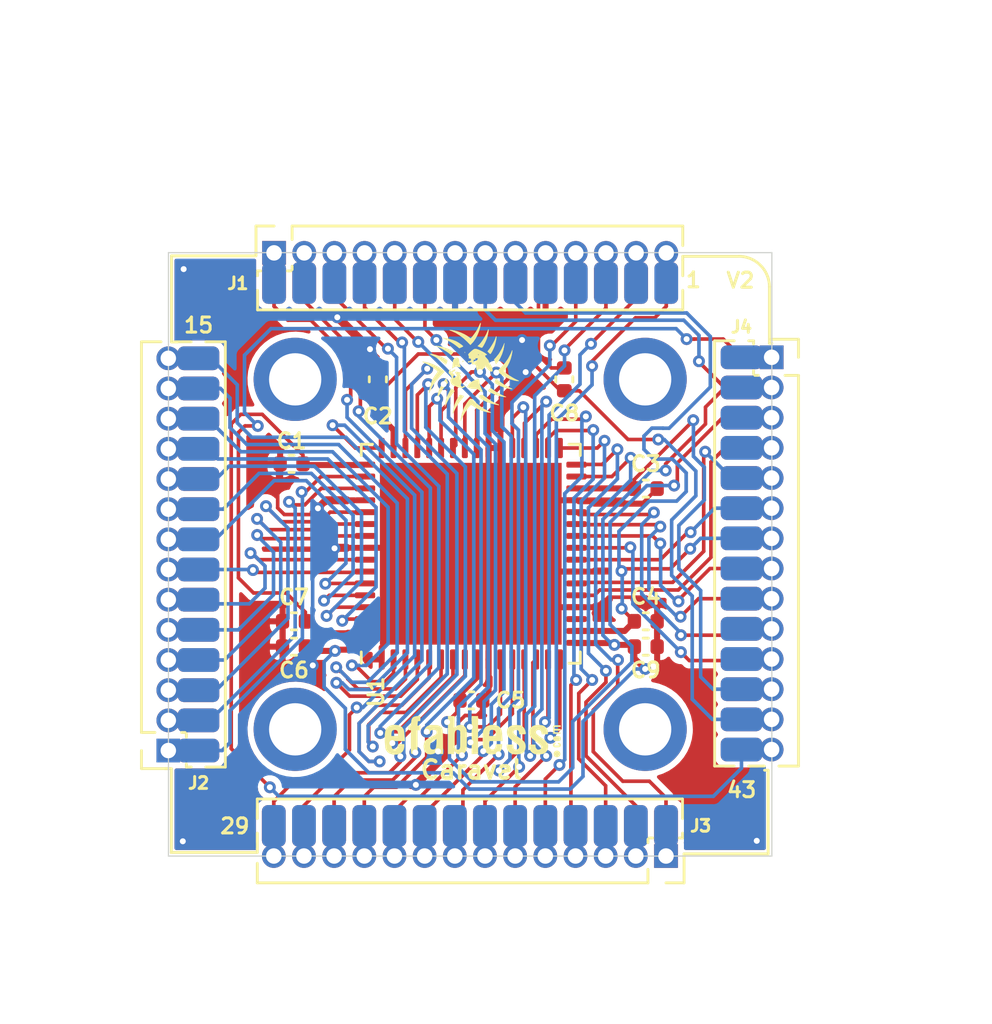
<source format=kicad_pcb>
(kicad_pcb (version 20211014) (generator pcbnew)
  (layers (0 "F.Cu" signal) (31 "B.Cu" signal) (34 "B.Paste" user) (35 "F.Paste" user) (36 "B.SilkS" user "B.Silkscreen") (37 "F.SilkS" user "F.Silkscreen") (38 "B.Mask" user) (39 "F.Mask" user) (44 "Edge.Cuts" user))
  (net 0 "")
  (net 1 "GND")
  (net 2 "vddio")
  (net 3 "vccd2")
  (net 4 "vccd1")
  (net 5 "vdda1")
  (net 6 "vdda2")
  (net 7 "mprj_io[18]")
  (net 8 "mprj_io[17]")
  (net 9 "mprj_io[16]")
  (net 10 "mprj_io[15]")
  (net 11 "mprj_io[14]")
  (net 12 "mprj_io[13]")
  (net 13 "mprj_io[12]")
  (net 14 "mprj_io[11]")
  (net 15 "mprj_io[10]")
  (net 16 "mprj_io[9]")
  (net 17 "mprj_io[8]")
  (net 18 "mprj_io[7]")
  (net 19 "mprj_io[6]_ser_tx")
  (net 20 "mprj_io[5]_ser_rx")
  (net 21 "mprj_io[0]")
  (net 22 "mprj_io[33]")
  (net 23 "mprj_io[32]")
  (net 24 "mprj_io[31]")
  (net 25 "mprj_io[30]")
  (net 26 "mprj_io[29]")
  (net 27 "mprj_io[28]")
  (net 28 "mprj_io[27]")
  (net 29 "mprj_io[26]")
  (net 30 "mprj_io[25]")
  (net 31 "mprj_io[24]")
  (net 32 "mprj_io[23]")
  (net 33 "mprj_io[22]")
  (net 34 "mprj_io[21]")
  (net 35 "mprj_io[20]")
  (net 36 "mprj_io[19]")
  (net 37 "mprj_io[4]_SCK")
  (net 38 "mprj_io[3]_CSB")
  (net 39 "mprj_io[2]_SDI")
  (net 40 "mprj_io[1]_SDO")
  (net 41 "gpio")
  (net 42 "Caravel_D0")
  (net 43 "Caravel_CSB")
  (net 44 "~{RST}")
  (net 45 "Caravel_D1")
  (net 46 "xclk")
  (net 47 "mprj_io[36]")
  (net 48 "mprj_io[37]")
  (net 49 "Caravel_SCK")
  (net 50 "mprj_io[34]")
  (net 51 "mprj_io[35]")
  (net 52 "vdda")
  (net 53 "vccd")
  (footprint "Capacitor_SMD:C_0402_1005Metric" (layer "F.Cu") (at 128.2192 96.2914)
    (fp_text reference "C7")
    (fp_text value "0.1uf")
  )
  (footprint "Capacitor_SMD:C_0402_1005Metric" (layer "F.Cu") (at 128.1176 89.662)
    (fp_text reference "C1")
    (fp_text value "0.1uf")
  )
  (footprint "Capacitor_SMD:C_0402_1005Metric" (layer "F.Cu") (at 131.7498 86.106 90)
    (fp_text reference "C2")
    (fp_text value "0.1uf")
  )
  (footprint "Capacitor_SMD:C_0402_1005Metric" (layer "F.Cu") (at 143.0274 97.3582 180)
    (fp_text reference "C9")
    (fp_text value "0.1uf")
  )
  (footprint "Capacitor_SMD:C_0402_1005Metric" (layer "F.Cu") (at 143.0274 96.2914 180)
    (fp_text reference "C4")
    (fp_text value "0.1uf")
  )
  (footprint "Capacitor_SMD:C_0402_1005Metric" (layer "F.Cu") (at 143.0274 90.7034)
    (fp_text reference "C3")
    (fp_text value "0.1uf")
  )
  (footprint "Caravel_Board:Caravel_Breakout_Connectors_2x14" (layer "F.Cu") (at 126.238 81.417 90)
    (fp_text reference "J1")
    (fp_text value "Conn_01x14_Female")
  )
  (footprint "Caravel_Board:Caravel_Breakout_Connectors_2x14" (layer "F.Cu") (at 123.565 102.873 180)
    (fp_text reference "J2")
    (fp_text value "Conn_01x14_Female")
  )
  (footprint "Caravel_Board:Caravel_Breakout_Connectors_2x14" (layer "F.Cu") (at 145.023 105.535 -90)
    (fp_text reference "J3")
    (fp_text value "Conn_01x14_Female")
  )
  (footprint "MountingHole:MountingHole_2.2mm_M2_ISO7380_Pad" (layer "F.Cu") (at 128.27 100.838)
    (fp_text reference "H1")
    (fp_text value "Positioning Holes")
  )
  (footprint "MountingHole:MountingHole_2.2mm_M2_ISO7380_Pad" (layer "F.Cu") (at 143.002 86.106)
    (fp_text reference "H3")
    (fp_text value "Positioning Holes")
  )
  (footprint "MountingHole:MountingHole_2.2mm_M2_ISO7380_Pad" (layer "F.Cu") (at 128.27 86.106)
    (fp_text reference "H4")
    (fp_text value "Positioning Holes")
  )
  (footprint "MountingHole:MountingHole_2.2mm_M2_ISO7380_Pad" (layer "F.Cu") (at 143.002 100.838)
    (fp_text reference "H2")
    (fp_text value "Positioning Holes")
  )
  (footprint "Capacitor_SMD:C_0402_1005Metric" (layer "F.Cu") (at 135.6868 99.6188 180)
    (fp_text reference "C5")
    (fp_text value "0.1uf")
  )
  (footprint "Caravel_Board:Caravel_Breakout_Connectors_2x14" (layer "F.Cu") (at 147.691 84.0356)
    (fp_text reference "J4")
    (fp_text value "Conn_01x14_Female")
  )
  (footprint "Caravel:ef_logo" (layer "F.Cu") (at 135.6868 101.1428)
    (fp_text reference "T2" hide)
    (fp_text value "Logo" hide)
  )
  (footprint "Capacitor_SMD:C_0402_1005Metric" (layer "F.Cu") (at 128.2192 97.3582)
    (fp_text reference "C6")
    (fp_text value "0.1uf")
  )
  (footprint "Caravel_Board:logo_small" (layer "F.Cu") (at 135.636 85.7758)
    (fp_text reference "T1" hide)
    (fp_text value "Logo" hide)
  )
  (footprint "Package_DFN_QFN:QFN-64-1EP_9x9mm_P0.5mm_EP7.65x7.65mm" (layer "F.Cu") (at 135.6614 93.4466 90)
    (fp_text reference "U1")
    (fp_text value "Caravel")
  )
  (footprint "Capacitor_SMD:C_0402_1005Metric" (layer "F.Cu") (at 139.5984 86.106 90)
    (fp_text reference "C8")
    (fp_text value "0.1uf")
  )
  (gr_line (start 123.063 80.9082) (end 123.063 84.5312) (layer "F.SilkS") (width 0.12))
  (gr_line (start 126.621 80.9062) (end 126.621 80.7212) (layer "F.SilkS") (width 0.12))
  (gr_line (start 148.178159 106.0775) (end 148.178159 102.5652) (layer "F.SilkS") (width 0.12))
  (gr_line (start 148.02747 102.558) (end 148.178159 102.558) (layer "F.SilkS") (width 0.12))
  (gr_line (start 123.052 106.0196) (end 126.675 106.0196) (layer "F.SilkS") (width 0.12))
  (gr_line (start 122.803 102.49) (end 123.057 102.49) (layer "F.SilkS") (width 0.12))
  (gr_line (start 148.2344 84.593) (end 148.2344 82.199459) (layer "F.SilkS") (width 0.12))
  (gr_line (start 126.675 105.86247) (end 126.675 106.0196) (layer "F.SilkS") (width 0.12))
  (gr_line (start 123.063 84.5312) (end 123.317 84.5312) (layer "F.SilkS") (width 0.12))
  (gr_arc (start 146.939 80.925986) (mid 147.854986 81.3054) (end 148.2344 82.221386) (layer "F.SilkS") (width 0.12))
  (gr_line (start 144.64 106.0775) (end 148.178159 106.0775) (layer "F.SilkS") (width 0.12))
  (gr_line (start 144.64 106.2625) (end 144.64 106.0775) (layer "F.SilkS") (width 0.12))
  (gr_line (start 126.601159 80.9082) (end 123.063 80.9082) (layer "F.SilkS") (width 0.12))
  (gr_line (start 144.586 81.08873) (end 144.586 80.929459) (layer "F.SilkS") (width 0.12))
  (gr_line (start 146.903317 80.929459) (end 144.586 80.929459) (layer "F.SilkS") (width 0.12))
  (gr_line (start 148.335 84.593) (end 148.2344 84.593) (layer "F.SilkS") (width 0.12))
  (gr_line (start 123.057 102.49) (end 123.057 106.028159) (layer "F.SilkS") (width 0.12))
  (gr_line (start 122.936 106.172) (end 122.936 80.772) (layer "Edge.Cuts") (width 0.05))
  (gr_line (start 122.936 80.772) (end 148.336 80.772) (layer "Edge.Cuts") (width 0.05))
  (gr_line (start 148.336 80.772) (end 148.336 106.172) (layer "Edge.Cuts") (width 0.05))
  (gr_line (start 148.336 106.172) (end 122.936 106.172) (layer "Edge.Cuts") (width 0.05))
  (gr_text "29" (at 125.73 104.9112) (layer "F.SilkS") (effects (font (size 0.635 0.635) (thickness 0.127))))
  (gr_text "V2" (at 147.0152 81.9404) (layer "F.SilkS") (effects (font (size 0.635 0.635) (thickness 0.127))))
  (gr_text "43" (at 147.066 103.3872) (layer "F.SilkS") (effects (font (size 0.635 0.635) (thickness 0.127))))
  (gr_text "15" (at 124.206 83.8292) (layer "F.SilkS") (effects (font (size 0.635 0.635) (thickness 0.127))))
  (gr_text "1" (at 145.034 81.9242) (layer "F.SilkS") (effects (font (size 0.635 0.635) (thickness 0.127))))
  (gr_text "Caravel" (at 135.6868 102.5398) (layer "F.SilkS") (effects (font (size 0.762 0.762) (thickness 0.1524))))
  (segment (start 127.5334 89.6646) (end 127.7392 89.4588) (width 0.1524) (layer "F.Cu") (net 1))
  (segment (start 138.510689 82.352311) (end 138.811 82.052) (width 0.1524) (layer "F.Cu") (net 1))
  (segment (start 135.142721 100.908496) (end 135.142721 100.535169) (width 0.1524) (layer "F.Cu") (net 1))
  (segment (start 136.4114 92.6966) (end 135.6614 93.4466) (width 0.254) (layer "F.Cu") (net 1))
  (segment (start 136.4114 88.9966) (end 136.4114 92.6966) (width 0.254) (layer "F.Cu") (net 1))
  (segment (start 131.9114 97.3998) (end 132.0292 97.282) (width 0.254) (layer "F.Cu") (net 1))
  (segment (start 138.510689 85.084841) (end 138.510689 82.352311) (width 0.1524) (layer "F.Cu") (net 1))
  (segment (start 140.1114 94.1966) (end 136.4114 94.1966) (width 0.254) (layer "F.Cu") (net 1))
  (segment (start 135.422791 100.255099) (end 135.914101 100.255099) (width 0.1524) (layer "F.Cu") (net 1))
  (segment (start 140.1114 91.1966) (end 140.2024 91.2876) (width 0.1524) (layer "F.Cu") (net 1))
  (segment (start 143.5074 95.73) (end 143.5074 96.2914) (width 0.1524) (layer "F.Cu") (net 1))
  (segment (start 140.1114 95.6966) (end 141.0314 95.6966) (width 0.1524) (layer "F.Cu") (net 1))
  (segment (start 139.5984 85.626) (end 139.051848 85.626) (width 0.1524) (layer "F.Cu") (net 1))
  (segment (start 137.9114 95.6966) (end 135.6614 93.4466) (width 0.254) (layer "F.Cu") (net 1))
  (segment (start 134.283954 101.767263) (end 135.142721 100.908496) (width 0.1524) (layer "F.Cu") (net 1))
  (segment (start 136.9114 88.9966) (end 136.9114 92.1966) (width 0.254) (layer "F.Cu") (net 1))
  (segment (start 140.1114 95.6966) (end 137.9114 95.6966) (width 0.254) (layer "F.Cu") (net 1))
  (segment (start 127.5334 91.5162) (end 127.5334 89.6646) (width 0.1524) (layer "F.Cu") (net 1))
  (segment (start 131.2114 93.1966) (end 129.94738 93.1966) (width 0.1524) (layer "F.Cu") (net 1))
  (segment (start 131.7498 85.626) (end 131.7498 85.1662) (width 0.1524) (layer "F.Cu") (net 1))
  (segment (start 136.9114 88.9966) (end 136.9114 86.8626) (width 0.1524) (layer "F.Cu") (net 1))
  (segment (start 127.81328 91.79608) (end 127.5334 91.5162) (width 0.1524) (layer "F.Cu") (net 1))
  (segment (start 131.7498 85.1662) (end 131.4196 84.836) (width 0.1524) (layer "F.Cu") (net 1))
  (segment (start 135.914101 100.255099) (end 136.1668 100.0024) (width 0.1524) (layer "F.Cu") (net 1))
  (segment (start 131.9114 97.8966) (end 131.9114 97.3998) (width 0.254) (layer "F.Cu") (net 1))
  (segment (start 143.5074 97.3582) (end 143.5074 96.2914) (width 0.254) (layer "F.Cu") (net 1))
  (segment (start 141.451359 95.276641) (end 143.054041 95.276641) (width 0.1524) (layer "F.Cu") (net 1))
  (segment (start 135.142721 100.535169) (end 135.422791 100.255099) (width 0.1524) (layer "F.Cu") (net 1))
  (segment (start 128.964984 91.79608) (end 127.81328 91.79608) (width 0.1524) (layer "F.Cu") (net 1))
  (segment (start 129.243068 91.533732) (end 129.5802 91.1966) (width 0.1524) (layer "F.Cu") (net 1))
  (segment (start 129.227332 91.533732) (end 128.964984 91.79608) (width 0.1524) (layer "F.Cu") (net 1))
  (segment (start 136.4114 99.3742) (end 136.1668 99.6188) (width 0.254) (layer "F.Cu") (net 1))
  (segment (start 131.2114 93.1966) (end 135.4114 93.1966) (width 0.254) (layer "F.Cu") (net 1))
  (segment (start 136.4114 88.9966) (end 136.9114 88.9966) (width 0.254) (layer "F.Cu") (net 1))
  (segment (start 140.2024 91.2876) (end 142.9232 91.2876) (width 0.1524) (layer "F.Cu") (net 1))
  (segment (start 136.4114 97.8966) (end 136.4114 94.1966) (width 0.254) (layer "F.Cu") (net 1))
  (segment (start 136.4114 97.8966) (end 136.4114 99.3742) (width 0.254) (layer "F.Cu") (net 1))
  (segment (start 129.5802 91.1966) (end 131.2114 91.1966) (width 0.1524) (layer "F.Cu") (net 1))
  (segment (start 136.1668 100.0024) (end 136.1668 99.6188) (width 0.1524) (layer "F.Cu") (net 1))
  (segment (start 141.0314 95.6966) (end 141.451359 95.276641) (width 0.1524) (layer "F.Cu") (net 1))
  (segment (start 143.054041 95.276641) (end 143.5074 95.73) (width 0.1524) (layer "F.Cu") (net 1))
  (segment (start 139.051848 85.626) (end 138.510689 85.084841) (width 0.1524) (layer "F.Cu") (net 1))
  (segment (start 136.9114 92.1966) (end 135.6614 93.4466) (width 0.254) (layer "F.Cu") (net 1))
  (segment (start 135.4114 93.1966) (end 135.6614 93.4466) (width 0.254) (layer "F.Cu") (net 1))
  (segment (start 136.9114 86.8626) (end 137.9728 85.8012) (width 0.1524) (layer "F.Cu") (net 1))
  (segment (start 137.9114 91.1966) (end 135.6614 93.4466) (width 0.254) (layer "F.Cu") (net 1))
  (segment (start 135.001 82.042) (end 135.001 80.97481) (width 0.1524) (layer "F.Cu") (net 1))
  (segment (start 129.227332 91.533732) (end 129.243068 91.533732) (width 0.1524) (layer "F.Cu") (net 1))
  (segment (start 142.9232 91.2876) (end 143.5074 90.7034) (width 0.1524) (layer "F.Cu") (net 1))
  (segment (start 140.1114 91.1966) (end 137.9114 91.1966) (width 0.254) (layer "F.Cu") (net 1))
  (segment (start 136.4114 94.1966) (end 135.6614 93.4466) (width 0.254) (layer "F.Cu") (net 1))
  (segment (start 129.94738 93.1966) (end 129.92598 93.218) (width 0.1524) (layer "F.Cu") (net 1))
  (segment (start 127.7392 97.3582) (end 127.7392 96.2914) (width 0.254) (layer "F.Cu") (net 1))
  (via (at 147.7 105.53) (size 0.5) (drill 0.25) (layers "F.Cu" "B.Cu") (net 1))
  (via (at 133.35 103.1748) (size 0.5) (drill 0.25) (layers "F.Cu" "B.Cu") (net 1))
  (via (at 123.5754 81.4654) (size 0.5) (drill 0.25) (layers "F.Cu" "B.Cu") (net 1))
  (via (at 123.54 105.55) (size 0.5) (drill 0.25) (layers "F.Cu" "B.Cu") (net 1))
  (via (at 130.043168 83.4943) (size 0.5) (drill 0.25) (layers "F.Cu" "B.Cu") (net 1))
  (via (at 129.227332 91.533732) (size 0.5) (drill 0.25) (layers "F.Cu" "B.Cu") (net 1))
  (via (at 134.283954 101.767263) (size 0.5) (drill 0.25) (layers "F.Cu" "B.Cu") (net 1))
  (via (at 129.92598 93.218) (size 0.5) (drill 0.25) (layers "F.Cu" "B.Cu") (net 1))
  (via (at 129.0111 98.1456) (size 0.5) (drill 0.25) (layers "F.Cu" "B.Cu") (net 1))
  (via (at 137.9728 85.8012) (size 0.5) (drill 0.25) (layers "F.Cu" "B.Cu") (net 1))
  (via (at 131.4196 84.836) (size 0.5) (drill 0.25) (layers "F.Cu" "B.Cu") (net 1))
  (via (at 137.8204 84.4505) (size 0.5) (drill 0.25) (layers "F.Cu" "B.Cu") (net 1))
  (segment (start 129.005517 98.140017) (end 129.005517 94.138463) (width 0.1524) (layer "B.Cu") (net 1))
  (segment (start 137.9728 84.6029) (end 137.8204 84.4505) (width 0.1524) (layer "B.Cu") (net 1))
  (segment (start 129.0111 98.1456) (end 129.005517 98.140017) (width 0.1524) (layer "B.Cu") (net 1))
  (segment (start 137.9728 85.8012) (end 137.9728 84.6029) (width 0.1524) (layer "B.Cu") (net 1))
  (segment (start 129.92598 92.23238) (end 129.92598 93.218) (width 0.1524) (layer "B.Cu") (net 1))
  (segment (start 129.005517 94.138463) (end 129.92598 93.218) (width 0.1524) (layer "B.Cu") (net 1))
  (segment (start 129.227332 91.533732) (end 129.92598 92.23238) (width 0.1524) (layer "B.Cu") (net 1))
  (segment (start 142.472025 97.282825) (end 142.5474 97.3582) (width 0.254) (layer "F.Cu") (net 2))
  (segment (start 145.2671 85.3739) (end 146.3418 86.4486) (width 0.1524) (layer "F.Cu") (net 2))
  (segment (start 142.5474 97.8434) (end 142.5474 97.3582) (width 0.254) (layer "F.Cu") (net 2))
  (segment (start 141.630981 97.2058) (end 140.1206 97.2058) (width 0.254) (layer "F.Cu") (net 2))
  (segment (start 130.9228 97.4852) (end 131.2114 97.1966) (width 0.254) (layer "F.Cu") (net 2))
  (segment (start 143.002 98.298) (end 142.5474 97.8434) (width 0.254) (layer "F.Cu") (net 2))
  (segment (start 146.3418 86.4486) (end 147.056 86.4486) (width 0.1524) (layer "F.Cu") (net 2))
  (segment (start 129.9464 97.536) (end 129.9972 97.4852) (width 0.254) (layer "F.Cu") (net 2))
  (segment (start 143.8656 89.9414) (end 143.8656 89.662016) (width 0.1524) (layer "F.Cu") (net 2))
  (segment (start 145.542 87.2744) (end 146.3678 86.4486) (width 0.1524) (layer "F.Cu") (net 2))
  (segment (start 128.877 97.536) (end 128.6992 97.3582) (width 0.254) (layer "F.Cu") (net 2))
  (segment (start 143.8656 89.662016) (end 145.542 87.985616) (width 0.1524) (layer "F.Cu") (net 2))
  (segment (start 140.1206 97.2058) (end 140.1114 97.1966) (width 0.254) (layer "F.Cu") (net 2))
  (segment (start 129.9464 97.536) (end 128.877 97.536) (width 0.254) (layer "F.Cu") (net 2))
  (segment (start 129.9972 97.4852) (end 130.9228 97.4852) (width 0.254) (layer "F.Cu") (net 2))
  (segment (start 141.708006 97.282825) (end 141.630981 97.2058) (width 0.254) (layer "F.Cu") (net 2))
  (segment (start 145.2671 85.344) (end 145.2671 85.3739) (width 0.1524) (layer "F.Cu") (net 2))
  (segment (start 136.271 82.042) (end 136.271 80.97481) (width 0.1524) (layer "F.Cu") (net 2))
  (segment (start 145.542 87.985616) (end 145.542 87.2744) (width 0.1524) (layer "F.Cu") (net 2))
  (segment (start 141.708006 97.282825) (end 142.472025 97.282825) (width 0.254) (layer "F.Cu") (net 2))
  (via (at 129.9464 97.536) (size 0.5) (drill 0.25) (layers "F.Cu" "B.Cu") (net 2))
  (via (at 143.002 98.298) (size 0.5) (drill 0.25) (layers "F.Cu" "B.Cu") (net 2))
  (via (at 145.2671 85.344) (size 0.5) (drill 0.25) (layers "F.Cu" "B.Cu") (net 2))
  (via (at 143.8656 89.9414) (size 0.5) (drill 0.25) (layers "F.Cu" "B.Cu") (net 2))
  (via (at 141.708006 97.282825) (size 0.5) (drill 0.25) (layers "F.Cu" "B.Cu") (net 2))
  (segment (start 140.3858 102.8192) (end 139.852869 103.352131) (width 0.1524) (layer "B.Cu") (net 2))
  (segment (start 135.607475 103.352131) (end 135.429209 103.173864) (width 0.1524) (layer "B.Cu") (net 2))
  (segment (start 140.3858 100.506374) (end 140.3858 102.8192) (width 0.1524) (layer "B.Cu") (net 2))
  (segment (start 129.4892 99.06) (end 129.4892 97.9932) (width 0.1524) (layer "B.Cu") (net 2))
  (segment (start 143.002 98.298) (end 142.594174 98.298) (width 0.1524) (layer "B.Cu") (net 2))
  (segment (start 135.429209 103.173864) (end 134.922145 102.6668) (width 0.1524) (layer "B.Cu") (net 2))
  (segment (start 130.382689 99.953489) (end 129.4892 99.06) (width 0.1524) (layer "B.Cu") (net 2))
  (segment (start 134.922145 102.6668) (end 131.3688 102.6668) (width 0.1524) (layer "B.Cu") (net 2))
  (segment (start 142.594174 98.298) (end 140.3858 100.506374) (width 0.1524) (layer "B.Cu") (net 2))
  (segment (start 141.22352 91.999281) (end 141.22352 96.87512) (width 0.1524) (layer "B.Cu") (net 2))
  (segment (start 130.382689 101.680689) (end 130.382689 99.953489) (width 0.1524) (layer "B.Cu") (net 2))
  (segment (start 143.8656 89.9414) (end 143.281401 89.9414) (width 0.1524) (layer "B.Cu") (net 2))
  (segment (start 136.7028 83.6168) (end 136.271 83.185) (width 0.1524) (layer "B.Cu") (net 2))
  (segment (start 131.3688 102.6668) (end 130.382689 101.680689) (width 0.1524) (layer "B.Cu") (net 2))
  (segment (start 129.4892 97.9932) (end 129.9464 97.536) (width 0.1524) (layer "B.Cu") (net 2))
  (segment (start 141.22352 96.87512) (end 141.631225 97.282825) (width 0.1524) (layer "B.Cu") (net 2))
  (segment (start 145.2671 84.2563) (end 144.6276 83.6168) (width 0.1524) (layer "B.Cu") (net 2))
  (segment (start 136.271 83.185) (end 136.271 82.052) (width 0.1524) (layer "B.Cu") (net 2))
  (segment (start 139.852869 103.352131) (end 135.607475 103.352131) (width 0.1524) (layer "B.Cu") (net 2))
  (segment (start 144.6276 83.6168) (end 136.7028 83.6168) (width 0.1524) (layer "B.Cu") (net 2))
  (segment (start 143.281401 89.9414) (end 141.22352 91.999281) (width 0.1524) (layer "B.Cu") (net 2))
  (segment (start 145.2671 85.344) (end 145.2671 84.2563) (width 0.1524) (layer "B.Cu") (net 2))
  (segment (start 141.631225 97.282825) (end 141.708006 97.282825) (width 0.1524) (layer "B.Cu") (net 2))
  (segment (start 130.470283 96.794911) (end 129.306911 96.794911) (width 0.254) (layer "F.Cu") (net 3))
  (segment (start 125.8824 94.4626) (end 126.5174 95.0976) (width 0.1524) (layer "F.Cu") (net 3))
  (segment (start 131.2114 96.6966) (end 131.134 96.774) (width 0.254) (layer "F.Cu") (net 3))
  (segment (start 128.8034 96.2914) (end 128.6992 96.2914) (width 0.254) (layer "F.Cu") (net 3))
  (segment (start 126.6952 88.065801) (end 126.157799 88.065801) (width 0.1524) (layer "F.Cu") (net 3))
  (segment (start 126.5174 95.0976) (end 127.889 95.0976) (width 0.1524) (layer "F.Cu") (net 3))
  (segment (start 131.134 96.774) (end 130.491194 96.774) (width 0.254) (layer "F.Cu") (net 3))
  (segment (start 144.746732 84.412068) (end 145.06568 84.412068) (width 0.1524) (layer "F.Cu") (net 3))
  (segment (start 127.889 95.0976) (end 128.6992 95.9078) (width 0.1524) (layer "F.Cu") (net 3))
  (segment (start 128.6992 95.9078) (end 128.6992 96.2914) (width 0.1524) (layer "F.Cu") (net 3))
  (segment (start 129.306911 96.794911) (end 128.8034 96.2914) (width 0.254) (layer "F.Cu") (net 3))
  (segment (start 145.06568 84.412068) (end 145.069059 84.408689) (width 0.1524) (layer "F.Cu") (net 3))
  (segment (start 130.491194 96.774) (end 130.470283 96.794911) (width 0.254) (layer "F.Cu") (net 3))
  (segment (start 126.157799 88.065801) (end 125.8824 88.3412) (width 0.1524) (layer "F.Cu") (net 3))
  (segment (start 147.066 85.344) (end 148.13319 85.344) (width 0.1524) (layer "F.Cu") (net 3))
  (segment (start 125.8824 88.3412) (end 125.8824 94.4626) (width 0.1524) (layer "F.Cu") (net 3))
  (segment (start 146.286089 84.408689) (end 147.056 85.1786) (width 0.1524) (layer "F.Cu") (net 3))
  (segment (start 145.069059 84.408689) (end 146.286089 84.408689) (width 0.1524) (layer "F.Cu") (net 3))
  (via (at 144.746732 84.412068) (size 0.5) (drill 0.25) (layers "F.Cu" "B.Cu") (net 3))
  (via (at 126.6952 88.065801) (size 0.5) (drill 0.25) (layers "F.Cu" "B.Cu") (net 3))
  (segment (start 144.746732 84.412068) (end 144.307064 83.9724) (width 0.1524) (layer "B.Cu") (net 3))
  (segment (start 126.1364 87.507001) (end 126.6952 88.065801) (width 0.1524) (layer "B.Cu") (net 3))
  (segment (start 126.1364 85.09) (end 126.1364 87.507001) (width 0.1524) (layer "B.Cu") (net 3))
  (segment (start 144.307064 83.9724) (end 127.254 83.9724) (width 0.1524) (layer "B.Cu") (net 3))
  (segment (start 127.254 83.9724) (end 126.1364 85.09) (width 0.1524) (layer "B.Cu") (net 3))
  (segment (start 125.5776 87.981662) (end 125.980062 87.5792) (width 0.1524) (layer "F.Cu") (net 4))
  (segment (start 128.6484 89.7128) (end 128.5976 89.662) (width 0.254) (layer "F.Cu") (net 4))
  (segment (start 125.980062 87.5792) (end 126.884751 87.5792) (width 0.1524) (layer "F.Cu") (net 4))
  (segment (start 130.7592 89.7128) (end 128.6484 89.7128) (width 0.1524) (layer "F.Cu") (net 4))
  (segment (start 127.2032 103.2764) (end 125.5776 101.6508) (width 0.1524) (layer "F.Cu") (net 4))
  (segment (start 125.5776 101.6508) (end 125.5776 87.981662) (width 0.1524) (layer "F.Cu") (net 4))
  (segment (start 131.1148 89.7128) (end 128.6484 89.7128) (width 0.254) (layer "F.Cu") (net 4))
  (segment (start 126.884751 87.5792) (end 128.5976 89.292049) (width 0.1524) (layer "F.Cu") (net 4))
  (segment (start 147.066 101.854) (end 148.13319 101.854) (width 0.1524) (layer "F.Cu") (net 4))
  (segment (start 128.5976 89.292049) (end 128.5976 89.662) (width 0.1524) (layer "F.Cu") (net 4))
  (via (at 127.2032 103.2764) (size 0.5) (drill 0.25) (layers "F.Cu" "B.Cu") (net 4))
  (segment (start 145.873149 103.656451) (end 147.056 102.4736) (width 0.1524) (layer "B.Cu") (net 4))
  (segment (start 127.583251 103.656451) (end 145.873149 103.656451) (width 0.1524) (layer "B.Cu") (net 4))
  (segment (start 127.2032 103.2764) (end 127.583251 103.656451) (width 0.1524) (layer "B.Cu") (net 4))
  (segment (start 147.056 102.4736) (end 147.056 101.6886) (width 0.1524) (layer "B.Cu") (net 4))
  (segment (start 137.214622 85.551022) (end 136.7028 85.0392) (width 0.1524) (layer "F.Cu") (net 5))
  (segment (start 139.581474 86.586) (end 139.4434 86.586) (width 0.1524) (layer "F.Cu") (net 5))
  (segment (start 137.214622 86.102178) (end 137.214622 85.551022) (width 0.1524) (layer "F.Cu") (net 5))
  (segment (start 132.4114 88.9966) (end 132.4114 88.2408) (width 0.254) (layer "F.Cu") (net 5))
  (segment (start 137.8966 85.0392) (end 133.4516 85.0392) (width 0.1524) (layer "F.Cu") (net 5))
  (segment (start 131.9048 86.586) (end 131.7498 86.586) (width 0.1524) (layer "F.Cu") (net 5))
  (segment (start 139.4434 86.586) (end 137.8966 85.0392) (width 0.1524) (layer "F.Cu") (net 5))
  (segment (start 139.5704 86.586) (end 139.5984 86.586) (width 0.1524) (layer "F.Cu") (net 5))
  (segment (start 140.2308 86.586) (end 139.5984 86.586) (width 0.1524) (layer "F.Cu") (net 5))
  (segment (start 147.066 100.584) (end 148.13319 100.584) (width 0.1524) (layer "F.Cu") (net 5))
  (segment (start 133.4516 85.0392) (end 131.9048 86.586) (width 0.1524) (layer "F.Cu") (net 5))
  (segment (start 132.4114 88.2408) (end 131.7498 87.5792) (width 0.254) (layer "F.Cu") (net 5))
  (segment (start 131.7498 87.5792) (end 131.7498 86.586) (width 0.254) (layer "F.Cu") (net 5))
  (segment (start 142.282932 88.638132) (end 140.2308 86.586) (width 0.1524) (layer "F.Cu") (net 5))
  (segment (start 135.9114 88.9966) (end 135.9114 87.4054) (width 0.1524) (layer "F.Cu") (net 5))
  (segment (start 143.552932 88.638132) (end 142.282932 88.638132) (width 0.1524) (layer "F.Cu") (net 5))
  (segment (start 135.9114 87.4054) (end 137.214622 86.102178) (width 0.1524) (layer "F.Cu") (net 5))
  (via (at 143.552932 88.638132) (size 0.5) (drill 0.25) (layers "F.Cu" "B.Cu") (net 5))
  (segment (start 145.1356 89.9668) (end 145.1356 91.0082) (width 0.1524) (layer "B.Cu") (net 5))
  (segment (start 144.116701 94.358101) (end 144.9832 95.2246) (width 0.1524) (layer "B.Cu") (net 5))
  (segment (start 145.1356 91.0082) (end 144.116701 92.027099) (width 0.1524) (layer "B.Cu") (net 5))
  (segment (start 144.9832 99.568) (end 145.8338 100.4186) (width 0.1524) (layer "B.Cu") (net 5))
  (segment (start 143.552932 88.638132) (end 143.806932 88.638132) (width 0.1524) (layer "B.Cu") (net 5))
  (segment (start 145.8338 100.4186) (end 147.056 100.4186) (width 0.1524) (layer "B.Cu") (net 5))
  (segment (start 143.806932 88.638132) (end 145.1356 89.9668) (width 0.1524) (layer "B.Cu") (net 5))
  (segment (start 144.116701 92.027099) (end 144.116701 94.358101) (width 0.1524) (layer "B.Cu") (net 5))
  (segment (start 144.9832 95.2246) (end 144.9832 99.568) (width 0.1524) (layer "B.Cu") (net 5))
  (segment (start 147.066 87.884) (end 148.13319 87.884) (width 0.1524) (layer "F.Cu") (net 6))
  (segment (start 135.2068 99.6188) (end 135.2068 99.3596) (width 0.254) (layer "F.Cu") (net 6))
  (segment (start 144.2212 90.5764) (end 144.356959 90.440641) (width 0.1524) (layer "F.Cu") (net 6))
  (segment (start 144.356959 89.627841) (end 146.2662 87.7186) (width 0.1524) (layer "F.Cu") (net 6))
  (segment (start 146.2662 87.7186) (end 147.056 87.7186) (width 0.1524) (layer "F.Cu") (net 6))
  (segment (start 135.07768 99.74792) (end 135.2068 99.6188) (width 0.1524) (layer "F.Cu") (net 6))
  (segment (start 134.664626 100.532934) (end 135.07768 100.11988) (width 0.1524) (layer "F.Cu") (net 6))
  (segment (start 135.07768 100.11988) (end 135.07768 99.74792) (width 0.1524) (layer "F.Cu") (net 6))
  (segment (start 144.356959 90.440641) (end 144.356959 89.627841) (width 0.1524) (layer "F.Cu") (net 6))
  (segment (start 135.2068 99.3596) (end 135.9114 98.655) (width 0.254) (layer "F.Cu") (net 6))
  (segment (start 135.9114 98.655) (end 135.9114 97.8966) (width 0.254) (layer "F.Cu") (net 6))
  (via (at 144.2212 90.5764) (size 0.5) (drill 0.25) (layers "F.Cu" "B.Cu") (net 6))
  (via (at 134.664626 100.532934) (size 0.5) (drill 0.25) (layers "F.Cu" "B.Cu") (net 6))
  (segment (start 144.2212 90.5764) (end 143.076774 90.5764) (width 0.1524) (layer "B.Cu") (net 6))
  (segment (start 141.52784 96.426507) (end 142.4432 97.341867) (width 0.1524) (layer "B.Cu") (net 6))
  (segment (start 134.762054 102.076336) (end 134.762054 100.630362) (width 0.1524) (layer "B.Cu") (net 6))
  (segment (start 139.954 102.453952) (end 139.360141 103.047811) (width 0.1524) (layer "B.Cu") (net 6))
  (segment (start 134.762054 100.630362) (end 134.664626 100.532934) (width 0.1524) (layer "B.Cu") (net 6))
  (segment (start 135.733529 103.047811) (end 134.762054 102.076336) (width 0.1524) (layer "B.Cu") (net 6))
  (segment (start 142.4432 97.341867) (end 142.4432 98.0186) (width 0.1524) (layer "B.Cu") (net 6))
  (segment (start 143.076774 90.5764) (end 141.52784 92.125334) (width 0.1524) (layer "B.Cu") (net 6))
  (segment (start 139.954 100.5078) (end 139.954 102.453952) (width 0.1524) (layer "B.Cu") (net 6))
  (segment (start 141.52784 92.125334) (end 141.52784 96.426507) (width 0.1524) (layer "B.Cu") (net 6))
  (segment (start 139.360141 103.047811) (end 135.733529 103.047811) (width 0.1524) (layer "B.Cu") (net 6))
  (segment (start 142.4432 98.0186) (end 139.954 100.5078) (width 0.1524) (layer "B.Cu") (net 6))
  (segment (start 126.824278 92.8116) (end 129.656228 92.8116) (width 0.1524) (layer "F.Cu") (net 7))
  (segment (start 124.206 96.774) (end 123.13881 96.774) (width 0.1524) (layer "F.Cu") (net 7))
  (segment (start 126.670839 92.658161) (end 126.824278 92.8116) (width 0.1524) (layer "F.Cu") (net 7))
  (segment (start 129.771228 92.6966) (end 131.2114 92.6966) (width 0.1524) (layer "F.Cu") (net 7))
  (segment (start 129.656228 92.8116) (end 129.771228 92.6966) (width 0.1524) (layer "F.Cu") (net 7))
  (via (at 126.670839 92.658161) (size 0.5) (drill 0.25) (layers "F.Cu" "B.Cu") (net 7))
  (segment (start 126.670839 92.658161) (end 126.670839 92.685639) (width 0.1524) (layer "B.Cu") (net 7))
  (segment (start 125.8794 96.65) (end 124.2 96.65) (width 0.1524) (layer "B.Cu") (net 7))
  (segment (start 127.357531 93.372331) (end 127.357531 95.171869) (width 0.1524) (layer "B.Cu") (net 7))
  (segment (start 127.357531 95.171869) (end 125.8794 96.65) (width 0.1524) (layer "B.Cu") (net 7))
  (segment (start 126.670839 92.685639) (end 127.357531 93.372331) (width 0.1524) (layer "B.Cu") (net 7))
  (segment (start 126.666915 91.978101) (end 126.674501 91.978101) (width 0.1524) (layer "F.Cu") (net 8))
  (segment (start 127.128908 92.432508) (end 129.461892 92.432508) (width 0.1524) (layer "F.Cu") (net 8))
  (segment (start 129.461892 92.432508) (end 129.6978 92.1966) (width 0.1524) (layer "F.Cu") (net 8))
  (segment (start 124.206 98.044) (end 123.13881 98.044) (width 0.1524) (layer "F.Cu") (net 8))
  (segment (start 126.674501 91.978101) (end 127.128908 92.432508) (width 0.1524) (layer "F.Cu") (net 8))
  (segment (start 129.6978 92.1966) (end 131.2114 92.1966) (width 0.1524) (layer "F.Cu") (net 8))
  (via (at 126.666915 91.978101) (size 0.5) (drill 0.25) (layers "F.Cu" "B.Cu") (net 8))
  (segment (start 125.2952 97.92) (end 124.9904 97.92) (width 0.1524) (layer "B.Cu") (net 8))
  (segment (start 127.661851 92.965451) (end 127.661851 95.553349) (width 0.1524) (layer "B.Cu") (net 8))
  (segment (start 127.661851 95.553349) (end 125.2952 97.92) (width 0.1524) (layer "B.Cu") (net 8))
  (segment (start 126.666915 91.978101) (end 126.941614 92.2528) (width 0.1524) (layer "B.Cu") (net 8))
  (segment (start 126.941614 92.2528) (end 126.9492 92.2528) (width 0.1524) (layer "B.Cu") (net 8))
  (segment (start 126.9492 92.2528) (end 127.661851 92.965451) (width 0.1524) (layer "B.Cu") (net 8))
  (segment (start 129.3368 92.1004) (end 129.7406 91.6966) (width 0.1524) (layer "F.Cu") (net 9))
  (segment (start 127.040473 91.443843) (end 127.040473 91.453647) (width 0.1524) (layer "F.Cu") (net 9))
  (segment (start 127.687226 92.1004) (end 129.3368 92.1004) (width 0.1524) (layer "F.Cu") (net 9))
  (segment (start 127.040473 91.453647) (end 127.687226 92.1004) (width 0.1524) (layer "F.Cu") (net 9))
  (segment (start 129.7406 91.6966) (end 131.2114 91.6966) (width 0.1524) (layer "F.Cu") (net 9))
  (segment (start 124.206 99.314) (end 123.13881 99.314) (width 0.1524) (layer "F.Cu") (net 9))
  (via (at 127.040473 91.443843) (size 0.5) (drill 0.25) (layers "F.Cu" "B.Cu") (net 9))
  (segment (start 127.966171 92.369541) (end 127.966171 96.163429) (width 0.1524) (layer "B.Cu") (net 9))
  (segment (start 127.040473 91.443843) (end 127.966171 92.369541) (width 0.1524) (layer "B.Cu") (net 9))
  (segment (start 127.966171 96.163429) (end 124.9396 99.19) (width 0.1524) (layer "B.Cu") (net 9))
  (segment (start 124.206 100.584) (end 123.13881 100.584) (width 0.1524) (layer "F.Cu") (net 10))
  (segment (start 128.1385 91.3892) (end 128.6764 91.3892) (width 0.1524) (layer "F.Cu") (net 10))
  (segment (start 128.0115 91.2622) (end 128.1385 91.3892) (width 0.1524) (layer "F.Cu") (net 10))
  (segment (start 128.6764 91.3892) (end 129.369 90.6966) (width 0.1524) (layer "F.Cu") (net 10))
  (segment (start 129.369 90.6966) (end 131.2114 90.6966) (width 0.1524) (layer "F.Cu") (net 10))
  (via (at 128.0115 91.2622) (size 0.5) (drill 0.25) (layers "F.Cu" "B.Cu") (net 10))
  (segment (start 128.270491 96.875109) (end 124.6856 100.46) (width 0.1524) (layer "B.Cu") (net 10))
  (segment (start 128.270491 91.521191) (end 128.270491 96.875109) (width 0.1524) (layer "B.Cu") (net 10))
  (segment (start 124.6856 100.46) (end 124.2 100.46) (width 0.1524) (layer "B.Cu") (net 10))
  (segment (start 128.0115 91.2622) (end 128.270491 91.521191) (width 0.1524) (layer "B.Cu") (net 10))
  (segment (start 124.206 101.854) (end 123.13881 101.854) (width 0.1524) (layer "F.Cu") (net 11))
  (segment (start 129.356338 90.1966) (end 131.2114 90.1966) (width 0.1524) (layer "F.Cu") (net 11))
  (segment (start 128.705006 90.847932) (end 129.356338 90.1966) (width 0.1524) (layer "F.Cu") (net 11))
  (segment (start 128.541532 90.847932) (end 128.705006 90.847932) (width 0.1524) (layer "F.Cu") (net 11))
  (via (at 128.541532 90.847932) (size 0.5) (drill 0.25) (layers "F.Cu" "B.Cu") (net 11))
  (segment (start 125.5268 101.3968) (end 125.1936 101.73) (width 0.1524) (layer "B.Cu") (net 11))
  (segment (start 125.5268 100.049174) (end 125.5268 101.3968) (width 0.1524) (layer "B.Cu") (net 11))
  (segment (start 128.574811 90.881211) (end 128.574811 97.001163) (width 0.1524) (layer "B.Cu") (net 11))
  (segment (start 128.574811 97.001163) (end 125.5268 100.049174) (width 0.1524) (layer "B.Cu") (net 11))
  (segment (start 125.1936 101.73) (end 124.2 101.73) (width 0.1524) (layer "B.Cu") (net 11))
  (segment (start 128.541532 90.847932) (end 128.574811 90.881211) (width 0.1524) (layer "B.Cu") (net 11))
  (segment (start 127.37 103.8716) (end 127.37 104.9) (width 0.1524) (layer "F.Cu") (net 12))
  (segment (start 129.286 102.9716) (end 128.27 102.9716) (width 0.1524) (layer "F.Cu") (net 12))
  (segment (start 130.8608 99.9191) (end 130.556 100.2239) (width 0.1524) (layer "F.Cu") (net 12))
  (segment (start 129.8448 88.0364) (end 130.805 88.9966) (width 0.1524) (layer "F.Cu") (net 12))
  (segment (start 128.27 102.9716) (end 127.37 103.8716) (width 0.1524) (layer "F.Cu") (net 12))
  (segment (start 130.556 101.7016) (end 129.286 102.9716) (width 0.1524) (layer "F.Cu") (net 12))
  (segment (start 127.381 104.902) (end 127.381 105.96919) (width 0.1524) (layer "F.Cu") (net 12))
  (segment (start 130.556 100.2239) (end 130.556 101.7016) (width 0.1524) (layer "F.Cu") (net 12))
  (segment (start 130.805 88.9966) (end 131.9114 88.9966) (width 0.1524) (layer "F.Cu") (net 12))
  (via (at 130.8608 99.9191) (size 0.5) (drill 0.25) (layers "F.Cu" "B.Cu") (net 12))
  (via (at 129.8448 88.0364) (size 0.5) (drill 0.25) (layers "F.Cu" "B.Cu") (net 12))
  (segment (start 131.117874 99.9191) (end 130.8608 99.9191) (width 0.1524) (layer "B.Cu") (net 12))
  (segment (start 133.2992 97.737774) (end 131.117874 99.9191) (width 0.1524) (layer "B.Cu") (net 12))
  (segment (start 129.8448 88.0364) (end 130.354226 88.0364) (width 0.1524) (layer "B.Cu") (net 12))
  (segment (start 130.354226 88.0364) (end 133.2992 90.981374) (width 0.1524) (layer "B.Cu") (net 12))
  (segment (start 133.2992 90.981374) (end 133.2992 97.737774) (width 0.1524) (layer "B.Cu") (net 12))
  (segment (start 128.651 104.902) (end 128.651 105.96919) (width 0.1524) (layer "F.Cu") (net 13))
  (segment (start 132.697114 101.975956) (end 132.697114 102.202086) (width 0.1524) (layer "F.Cu") (net 13))
  (segment (start 132.697114 102.202086) (end 132.2324 102.6668) (width 0.1524) (layer "F.Cu") (net 13))
  (segment (start 132.9114 86.573243) (end 132.9114 88.9966) (width 0.1524) (layer "F.Cu") (net 13))
  (segment (start 132.2324 102.6668) (end 130.021174 102.6668) (width 0.1524) (layer "F.Cu") (net 13))
  (segment (start 130.021174 102.6668) (end 128.64 104.047974) (width 0.1524) (layer "F.Cu") (net 13))
  (segment (start 133.827824 85.656819) (end 132.9114 86.573243) (width 0.1524) (layer "F.Cu") (net 13))
  (segment (start 128.64 104.047974) (end 128.64 104.9) (width 0.1524) (layer "F.Cu") (net 13))
  (via (at 133.827824 85.656819) (size 0.5) (drill 0.25) (layers "F.Cu" "B.Cu") (net 13))
  (via (at 132.697114 101.975956) (size 0.5) (drill 0.25) (layers "F.Cu" "B.Cu") (net 13))
  (segment (start 133.17268 86.311963) (end 133.827824 85.656819) (width 0.1524) (layer "B.Cu") (net 13))
  (segment (start 132.838572 101.834498) (end 132.838572 100.766655) (width 0.1524) (layer "B.Cu") (net 13))
  (segment (start 135.0772 90.069826) (end 133.17268 88.165306) (width 0.1524) (layer "B.Cu") (net 13))
  (segment (start 132.838572 100.766655) (end 135.0772 98.528027) (width 0.1524) (layer "B.Cu") (net 13))
  (segment (start 135.0772 98.528027) (end 135.0772 90.069826) (width 0.1524) (layer "B.Cu") (net 13))
  (segment (start 132.697114 101.975956) (end 132.838572 101.834498) (width 0.1524) (layer "B.Cu") (net 13))
  (segment (start 133.17268 88.165306) (end 133.17268 86.311963) (width 0.1524) (layer "B.Cu") (net 13))
  (segment (start 132.378102 102.97112) (end 133.327743 102.021479) (width 0.1524) (layer "F.Cu") (net 14))
  (segment (start 133.4114 86.763236) (end 133.4114 88.9966) (width 0.1524) (layer "F.Cu") (net 14))
  (segment (start 133.867098 86.307538) (end 133.4114 86.763236) (width 0.1524) (layer "F.Cu") (net 14))
  (segment (start 129.91 103.6684) (end 130.60728 102.97112) (width 0.1524) (layer "F.Cu") (net 14))
  (segment (start 129.921 104.902) (end 129.921 105.96919) (width 0.1524) (layer "F.Cu") (net 14))
  (segment (start 130.60728 102.97112) (end 132.378102 102.97112) (width 0.1524) (layer "F.Cu") (net 14))
  (segment (start 129.91 104.9) (end 129.91 103.6684) (width 0.1524) (layer "F.Cu") (net 14))
  (segment (start 133.327743 102.021479) (end 133.327743 101.810786) (width 0.1524) (layer "F.Cu") (net 14))
  (via (at 133.867098 86.307538) (size 0.5) (drill 0.25) (layers "F.Cu" "B.Cu") (net 14))
  (via (at 133.327743 101.810786) (size 0.5) (drill 0.25) (layers "F.Cu" "B.Cu") (net 14))
  (segment (start 135.4328 98.6028) (end 133.327743 100.707857) (width 0.1524) (layer "B.Cu") (net 14))
  (segment (start 133.327743 100.707857) (end 133.327743 101.810786) (width 0.1524) (layer "B.Cu") (net 14))
  (segment (start 133.769089 86.405547) (end 133.769089 88.125289) (width 0.1524) (layer "B.Cu") (net 14))
  (segment (start 133.769089 88.125289) (end 135.4328 89.789) (width 0.1524) (layer "B.Cu") (net 14))
  (segment (start 135.4328 89.789) (end 135.4328 98.6028) (width 0.1524) (layer "B.Cu") (net 14))
  (segment (start 134.247189 86.9188) (end 133.9114 87.254589) (width 0.1524) (layer "F.Cu") (net 15))
  (segment (start 131.57296 103.27544) (end 131.18 103.6684) (width 0.1524) (layer "F.Cu") (net 15))
  (segment (start 133.805843 100.9396) (end 133.805843 102.008838) (width 0.1524) (layer "F.Cu") (net 15))
  (segment (start 133.9114 87.254589) (end 133.9114 88.9966) (width 0.1524) (layer "F.Cu") (net 15))
  (segment (start 133.805843 102.008838) (end 132.539241 103.27544) (width 0.1524) (layer "F.Cu") (net 15))
  (segment (start 131.18 103.6684) (end 131.18 104.9) (width 0.1524) (layer "F.Cu") (net 15))
  (segment (start 132.539241 103.27544) (end 131.57296 103.27544) (width 0.1524) (layer "F.Cu") (net 15))
  (via (at 134.247189 86.9188) (size 0.5) (drill 0.25) (layers "F.Cu" "B.Cu") (net 15))
  (via (at 133.805843 100.9396) (size 0.5) (drill 0.25) (layers "F.Cu" "B.Cu") (net 15))
  (segment (start 134.366 87.8332) (end 135.7884 89.2556) (width 0.1524) (layer "B.Cu") (net 15))
  (segment (start 135.7884 89.2556) (end 135.7884 98.677574) (width 0.1524) (layer "B.Cu") (net 15))
  (segment (start 135.7884 98.677574) (end 133.805843 100.660131) (width 0.1524) (layer "B.Cu") (net 15))
  (segment (start 134.366 87.037611) (end 134.366 87.8332) (width 0.1524) (layer "B.Cu") (net 15))
  (segment (start 133.805843 100.660131) (end 133.805843 100.9396) (width 0.1524) (layer "B.Cu") (net 15))
  (segment (start 134.247189 86.9188) (end 134.366 87.037611) (width 0.1524) (layer "B.Cu") (net 15))
  (segment (start 133.537464 103.6828) (end 133.0452 103.6828) (width 0.1524) (layer "F.Cu") (net 16))
  (segment (start 133.0452 103.6828) (end 132.45 104.278) (width 0.1524) (layer "F.Cu") (net 16))
  (segment (start 132.461 104.902) (end 132.461 105.96919) (width 0.1524) (layer "F.Cu") (net 16))
  (segment (start 134.518998 86.360598) (end 134.7253 86.5669) (width 0.1524) (layer "F.Cu") (net 16))
  (segment (start 134.7253 86.5669) (end 134.7253 87.116841) (width 0.1524) (layer "F.Cu") (net 16))
  (segment (start 132.45 104.278) (end 132.45 104.9) (width 0.1524) (layer "F.Cu") (net 16))
  (segment (start 134.44523 87.396911) (end 134.4114 87.396911) (width 0.1524) (layer "F.Cu") (net 16))
  (segment (start 134.7253 87.116841) (end 134.44523 87.396911) (width 0.1524) (layer "F.Cu") (net 16))
  (segment (start 134.518998 86.30559) (end 134.518998 86.360598) (width 0.1524) (layer "F.Cu") (net 16))
  (segment (start 134.4114 87.396911) (end 134.4114 88.9966) (width 0.1524) (layer "F.Cu") (net 16))
  (segment (start 135.291067 101.929197) (end 133.537464 103.6828) (width 0.1524) (layer "F.Cu") (net 16))
  (via (at 135.291067 101.929197) (size 0.5) (drill 0.25) (layers "F.Cu" "B.Cu") (net 16))
  (via (at 134.518998 86.30559) (size 0.5) (drill 0.25) (layers "F.Cu" "B.Cu") (net 16))
  (segment (start 134.518998 86.30559) (end 134.7253 86.511892) (width 0.1524) (layer "B.Cu") (net 16))
  (segment (start 135.142721 100.334877) (end 135.142737 100.334893) (width 0.1524) (layer "B.Cu") (net 16))
  (segment (start 135.142721 100.535169) (end 135.142721 100.931251) (width 0.1524) (layer "B.Cu") (net 16))
  (segment (start 135.142737 100.334893) (end 135.142737 100.535153) (width 0.1524) (layer "B.Cu") (net 16))
  (segment (start 135.142721 99.887758) (end 135.142721 100.334877) (width 0.1524) (layer "B.Cu") (net 16))
  (segment (start 136.0932 98.937279) (end 135.142721 99.887758) (width 0.1524) (layer "B.Cu") (net 16))
  (segment (start 135.142737 100.535153) (end 135.142721 100.535169) (width 0.1524) (layer "B.Cu") (net 16))
  (segment (start 134.7253 87.70562) (end 136.0932 89.07352) (width 0.1524) (layer "B.Cu") (net 16))
  (segment (start 136.0932 89.07352) (end 136.0932 98.937279) (width 0.1524) (layer "B.Cu") (net 16))
  (segment (start 134.7253 86.511892) (end 134.7253 87.70562) (width 0.1524) (layer "B.Cu") (net 16))
  (segment (start 135.142721 100.931251) (end 135.142737 100.931267) (width 0.1524) (layer "B.Cu") (net 16))
  (segment (start 135.142737 101.780867) (end 135.291067 101.929197) (width 0.1524) (layer "B.Cu") (net 16))
  (segment (start 135.142737 100.931267) (end 135.142737 101.780867) (width 0.1524) (layer "B.Cu") (net 16))
  (segment (start 136.183885 101.915715) (end 133.72 104.3796) (width 0.1524) (layer "F.Cu") (net 17))
  (segment (start 135.02962 86.45838) (end 135.02962 88.87838) (width 0.1524) (layer "F.Cu") (net 17))
  (segment (start 135.02962 88.87838) (end 134.9114 88.9966) (width 0.1524) (layer "F.Cu") (net 17))
  (segment (start 133.72 104.3796) (end 133.72 104.9) (width 0.1524) (layer "F.Cu") (net 17))
  (segment (start 136.183885 101.757465) (end 136.183885 101.915715) (width 0.1524) (layer "F.Cu") (net 17))
  (segment (start 136.050268 85.793332) (end 135.694668 85.793332) (width 0.1524) (layer "F.Cu") (net 17))
  (segment (start 135.694668 85.793332) (end 135.02962 86.45838) (width 0.1524) (layer "F.Cu") (net 17))
  (via (at 136.183885 101.757465) (size 0.5) (drill 0.25) (layers "F.Cu" "B.Cu") (net 17))
  (via (at 136.050268 85.793332) (size 0.5) (drill 0.25) (layers "F.Cu" "B.Cu") (net 17))
  (segment (start 136.52644 99.79516) (end 136.52644 101.41491) (width 0.1524) (layer "B.Cu") (net 17))
  (segment (start 136.050268 85.809068) (end 136.567932 86.326732) (width 0.1524) (layer "B.Cu") (net 17))
  (segment (start 136.567932 86.326732) (end 136.567932 88.257132) (width 0.1524) (layer "B.Cu") (net 17))
  (segment (start 136.050268 85.793332) (end 136.050268 85.809068) (width 0.1524) (layer "B.Cu") (net 17))
  (segment (start 136.567932 88.257132) (end 137.0584 88.7476) (width 0.1524) (layer "B.Cu") (net 17))
  (segment (start 137.0584 88.7476) (end 137.0584 99.2632) (width 0.1524) (layer "B.Cu") (net 17))
  (segment (start 137.0584 99.2632) (end 136.52644 99.79516) (width 0.1524) (layer "B.Cu") (net 17))
  (segment (start 136.52644 101.41491) (end 136.183885 101.757465) (width 0.1524) (layer "B.Cu") (net 17))
  (segment (start 135.4114 87.144286) (end 135.4114 88.9966) (width 0.1524) (layer "F.Cu") (net 18))
  (segment (start 136.736511 85.819175) (end 135.4114 87.144286) (width 0.1524) (layer "F.Cu") (net 18))
  (segment (start 135.001 104.902) (end 135.001 105.96919) (width 0.1524) (layer "F.Cu") (net 18))
  (segment (start 135.3312 103.394414) (end 135.3312 104.5588) (width 0.1524) (layer "F.Cu") (net 18))
  (segment (start 136.8343 101.891314) (end 135.3312 103.394414) (width 0.1524) (layer "F.Cu") (net 18))
  (via (at 136.736511 85.819175) (size 0.5) (drill 0.25) (layers "F.Cu" "B.Cu") (net 18))
  (via (at 136.8343 101.891314) (size 0.5) (drill 0.25) (layers "F.Cu" "B.Cu") (net 18))
  (segment (start 136.83076 99.974866) (end 136.83076 101.887774) (width 0.1524) (layer "B.Cu") (net 18))
  (segment (start 136.83076 101.887774) (end 136.8343 101.891314) (width 0.1524) (layer "B.Cu") (net 18))
  (segment (start 136.967229 86.049893) (end 136.967229 88.097629) (width 0.1524) (layer "B.Cu") (net 18))
  (segment (start 137.36416 88.49456) (end 137.36416 99.441466) (width 0.1524) (layer "B.Cu") (net 18))
  (segment (start 136.736511 85.819175) (end 136.967229 86.049893) (width 0.1524) (layer "B.Cu") (net 18))
  (segment (start 137.36416 99.441466) (end 136.83076 99.974866) (width 0.1524) (layer "B.Cu") (net 18))
  (segment (start 136.967229 88.097629) (end 137.36416 88.49456) (width 0.1524) (layer "B.Cu") (net 18))
  (segment (start 136.26 103.855864) (end 136.26 104.9) (width 0.1524) (layer "F.Cu") (net 19))
  (segment (start 137.4114 87.738233) (end 137.4114 88.9966) (width 0.1524) (layer "F.Cu") (net 19))
  (segment (start 137.699299 102.416565) (end 136.26 103.855864) (width 0.1524) (layer "F.Cu") (net 19))
  (segment (start 137.872651 87.276982) (end 137.4114 87.738233) (width 0.1524) (layer "F.Cu") (net 19))
  (via (at 137.872651 87.276982) (size 0.5) (drill 0.25) (layers "F.Cu" "B.Cu") (net 19))
  (via (at 137.699299 102.416565) (size 0.5) (drill 0.25) (layers "F.Cu" "B.Cu") (net 19))
  (segment (start 137.9728 87.377131) (end 137.9728 99.809111) (width 0.1524) (layer "B.Cu") (net 19))
  (segment (start 137.682153 102.153641) (end 137.699299 102.170787) (width 0.1524) (layer "B.Cu") (net 19))
  (segment (start 137.699299 102.170787) (end 137.699299 102.416565) (width 0.1524) (layer "B.Cu") (net 19))
  (segment (start 137.682153 100.09976) (end 137.682153 102.153641) (width 0.1524) (layer "B.Cu") (net 19))
  (segment (start 137.872651 87.276982) (end 137.9728 87.377131) (width 0.1524) (layer "B.Cu") (net 19))
  (segment (start 137.9728 99.809111) (end 137.682153 100.09976) (width 0.1524) (layer "B.Cu") (net 19))
  (segment (start 137.922 88.986) (end 137.9114 88.9966) (width 0.1524) (layer "F.Cu") (net 20))
  (segment (start 137.53 103.262) (end 137.53 104.9) (width 0.1524) (layer "F.Cu") (net 20))
  (segment (start 138.8364 101.9556) (end 137.53 103.262) (width 0.1524) (layer "F.Cu") (net 20))
  (segment (start 137.541 104.902) (end 137.541 105.96919) (width 0.1524) (layer "F.Cu") (net 20))
  (segment (start 138.8364 87.0413) (end 137.922 87.9557) (width 0.1524) (layer "F.Cu") (net 20))
  (segment (start 137.922 87.9557) (end 137.922 88.986) (width 0.1524) (layer "F.Cu") (net 20))
  (via (at 138.8364 101.9556) (size 0.5) (drill 0.25) (layers "F.Cu" "B.Cu") (net 20))
  (via (at 138.8364 87.0413) (size 0.5) (drill 0.25) (layers "F.Cu" "B.Cu") (net 20))
  (segment (start 138.655071 99.987588) (end 138.3075 100.335159) (width 0.1524) (layer "B.Cu") (net 20))
  (segment (start 138.8364 87.0413) (end 138.655071 87.222629) (width 0.1524) (layer "B.Cu") (net 20))
  (segment (start 138.655071 87.222629) (end 138.655071 99.987588) (width 0.1524) (layer "B.Cu") (net 20))
  (segment (start 138.3075 100.335159) (end 138.3075 101.4267) (width 0.1524) (layer "B.Cu") (net 20))
  (segment (start 138.3075 101.4267) (end 138.8364 101.9556) (width 0.1524) (layer "B.Cu") (net 20))
  (segment (start 142.3924 89.408) (end 141.6038 90.1966) (width 0.1524) (layer "F.Cu") (net 21))
  (segment (start 141.8463 98.9965) (end 140.8176 100.0252) (width 0.1524) (layer "F.Cu") (net 21))
  (segment (start 141.859 97.917) (end 141.8463 97.9297) (width 0.1524) (layer "F.Cu") (net 21))
  (segment (start 141.6038 90.1966) (end 140.1114 90.1966) (width 0.1524) (layer "F.Cu") (net 21))
  (segment (start 142.0622 103.0224) (end 143.1798 103.0224) (width 0.1524) (layer "F.Cu") (net 21))
  (segment (start 140.8176 100.0252) (end 140.8176 101.7778) (width 0.1524) (layer "F.Cu") (net 21))
  (segment (start 140.8176 101.7778) (end 142.0622 103.0224) (width 0.1524) (layer "F.Cu") (net 21))
  (segment (start 141.8463 97.9297) (end 141.8463 98.9965) (width 0.1524) (layer "F.Cu") (net 21))
  (segment (start 143.1798 103.0224) (end 143.88 103.7226) (width 0.1524) (layer "F.Cu") (net 21))
  (segment (start 143.891 104.902) (end 143.891 105.96919) (width 0.1524) (layer "F.Cu") (net 21))
  (segment (start 143.88 103.7226) (end 143.88 104.9) (width 0.1524) (layer "F.Cu") (net 21))
  (via (at 141.859 97.917) (size 0.5) (drill 0.25) (layers "F.Cu" "B.Cu") (net 21))
  (via (at 142.3924 89.408) (size 0.5) (drill 0.25) (layers "F.Cu" "B.Cu") (net 21))
  (segment (start 140.9192 91.821) (end 140.9192 97.2566) (width 0.1524) (layer "B.Cu") (net 21))
  (segment (start 140.9192 97.2566) (end 141.5796 97.917) (width 0.1524) (layer "B.Cu") (net 21))
  (segment (start 142.3924 90.3478) (end 140.9192 91.821) (width 0.1524) (layer "B.Cu") (net 21))
  (segment (start 142.3924 89.408) (end 142.3924 90.3478) (width 0.1524) (layer "B.Cu") (net 21))
  (segment (start 141.5796 97.917) (end 141.859 97.917) (width 0.1524) (layer "B.Cu") (net 21))
  (segment (start 134.2136 84.4505) (end 133.731 83.9679) (width 0.1524) (layer "F.Cu") (net 22))
  (segment (start 133.731 83.9679) (end 133.731 82.052) (width 0.1524) (layer "F.Cu") (net 22))
  (segment (start 136.3218 101.2698) (end 137.4114 100.1802) (width 0.1524) (layer "F.Cu") (net 22))
  (segment (start 137.4114 100.1802) (end 137.4114 97.8966) (width 0.1524) (layer "F.Cu") (net 22))
  (segment (start 135.64922 101.384494) (end 135.763914 101.2698) (width 0.1524) (layer "F.Cu") (net 22))
  (segment (start 135.763914 101.2698) (end 136.3218 101.2698) (width 0.1524) (layer "F.Cu") (net 22))
  (via (at 134.2136 84.4505) (size 0.5) (drill 0.25) (layers "F.Cu" "B.Cu") (net 22))
  (via (at 135.64922 101.384494) (size 0.5) (drill 0.25) (layers "F.Cu" "B.Cu") (net 22))
  (segment (start 134.2136 84.582) (end 135.572157 85.940557) (width 0.1524) (layer "B.Cu") (net 22))
  (segment (start 136.263612 88.383185) (end 136.7028 88.822373) (width 0.1524) (layer "B.Cu") (net 22))
  (segment (start 135.572157 85.940557) (end 135.572157 85.991373) (width 0.1524) (layer "B.Cu") (net 22))
  (segment (start 134.2136 84.4505) (end 134.2136 84.582) (width 0.1524) (layer "B.Cu") (net 22))
  (segment (start 136.22212 100.812106) (end 135.649732 101.384494) (width 0.1524) (layer "B.Cu") (net 22))
  (segment (start 136.7028 88.822373) (end 136.7028 99.188427) (width 0.1524) (layer "B.Cu") (net 22))
  (segment (start 136.263612 86.632012) (end 136.263612 88.383185) (width 0.1524) (layer "B.Cu") (net 22))
  (segment (start 135.649732 101.384494) (end 135.64922 101.384494) (width 0.1524) (layer "B.Cu") (net 22))
  (segment (start 135.852227 86.271443) (end 135.903043 86.271443) (width 0.1524) (layer "B.Cu") (net 22))
  (segment (start 136.7028 99.188427) (end 136.22212 99.669107) (width 0.1524) (layer "B.Cu") (net 22))
  (segment (start 135.903043 86.271443) (end 136.263612 86.632012) (width 0.1524) (layer "B.Cu") (net 22))
  (segment (start 136.22212 99.669107) (end 136.22212 100.812106) (width 0.1524) (layer "B.Cu") (net 22))
  (segment (start 135.572157 85.991373) (end 135.852227 86.271443) (width 0.1524) (layer "B.Cu") (net 22))
  (segment (start 132.461 83.566) (end 132.461 82.052) (width 0.1524) (layer "F.Cu") (net 23))
  (segment (start 136.9114 100.1976) (end 136.9114 97.8966) (width 0.1524) (layer "F.Cu") (net 23))
  (segment (start 135.620832 100.73321) (end 136.37579 100.73321) (width 0.1524) (layer "F.Cu") (net 23))
  (segment (start 133.4516 84.5312) (end 133.4262 84.5312) (width 0.1524) (layer "F.Cu") (net 23))
  (segment (start 136.37579 100.73321) (end 136.9114 100.1976) (width 0.1524) (layer "F.Cu") (net 23))
  (segment (start 133.4262 84.5312) (end 132.461 83.566) (width 0.1524) (layer "F.Cu") (net 23))
  (via (at 135.620832 100.73321) (size 0.5) (drill 0.25) (layers "F.Cu" "B.Cu") (net 23))
  (via (at 133.4516 84.5312) (size 0.5) (drill 0.25) (layers "F.Cu" "B.Cu") (net 23))
  (segment (start 136.39848 99.062373) (end 135.620832 99.840021) (width 0.1524) (layer "B.Cu") (net 23))
  (segment (start 135.959292 87.038892) (end 135.959292 88.509238) (width 0.1524) (layer "B.Cu") (net 23))
  (segment (start 135.620832 99.840021) (end 135.620832 100.73321) (width 0.1524) (layer "B.Cu") (net 23))
  (segment (start 136.39848 88.948426) (end 136.39848 99.062373) (width 0.1524) (layer "B.Cu") (net 23))
  (segment (start 133.4516 84.5312) (end 135.959292 87.038892) (width 0.1524) (layer "B.Cu") (net 23))
  (segment (start 135.959292 88.509238) (end 136.39848 88.948426) (width 0.1524) (layer "B.Cu") (net 23))
  (segment (start 132.5722 101.4177) (end 135.4114 98.5785) (width 0.1524) (layer "F.Cu") (net 24))
  (segment (start 131.191 83.0834) (end 131.191 82.052) (width 0.1524) (layer "F.Cu") (net 24))
  (segment (start 132.770632 84.551768) (end 132.659368 84.551768) (width 0.1524) (layer "F.Cu") (net 24))
  (segment (start 132.659368 84.551768) (end 131.191 83.0834) (width 0.1524) (layer "F.Cu") (net 24))
  (segment (start 135.4114 98.5785) (end 135.4114 97.8966) (width 0.1524) (layer "F.Cu") (net 24))
  (segment (start 132.360472 101.4177) (end 132.5722 101.4177) (width 0.1524) (layer "F.Cu") (net 24))
  (via (at 132.360472 101.4177) (size 0.5) (drill 0.25) (layers "F.Cu" "B.Cu") (net 24))
  (via (at 132.770632 84.551768) (size 0.5) (drill 0.25) (layers "F.Cu" "B.Cu") (net 24))
  (segment (start 132.8674 84.648536) (end 132.8674 88.2904) (width 0.1524) (layer "B.Cu") (net 24))
  (segment (start 134.6708 90.0938) (end 134.6708 98.504053) (width 0.1524) (layer "B.Cu") (net 24))
  (segment (start 132.8674 88.2904) (end 134.6708 90.0938) (width 0.1524) (layer "B.Cu") (net 24))
  (segment (start 134.6708 98.504053) (end 132.360472 100.814381) (width 0.1524) (layer "B.Cu") (net 24))
  (segment (start 132.770632 84.551768) (end 132.8674 84.648536) (width 0.1524) (layer "B.Cu") (net 24))
  (segment (start 132.360472 100.814381) (end 132.360472 101.4177) (width 0.1524) (layer "B.Cu") (net 24))
  (segment (start 134.9114 98.6162) (end 134.9114 97.8966) (width 0.1524) (layer "F.Cu") (net 25))
  (segment (start 132.110043 84.815243) (end 129.921 82.6262) (width 0.1524) (layer "F.Cu") (net 25))
  (segment (start 131.9022 100.9396) (end 132.588 100.9396) (width 0.1524) (layer "F.Cu") (net 25))
  (segment (start 132.174346 84.815243) (end 132.110043 84.815243) (width 0.1524) (layer "F.Cu") (net 25))
  (segment (start 132.588 100.9396) (end 134.9114 98.6162) (width 0.1524) (layer "F.Cu") (net 25))
  (segment (start 129.921 82.6262) (end 129.921 82.052) (width 0.1524) (layer "F.Cu") (net 25))
  (segment (start 131.8514 100.9904) (end 131.9022 100.9396) (width 0.1524) (layer "F.Cu") (net 25))
  (via (at 131.8514 100.9904) (size 0.5) (drill 0.25) (layers "F.Cu" "B.Cu") (net 25))
  (via (at 132.174346 84.815243) (size 0.5) (drill 0.25) (layers "F.Cu" "B.Cu") (net 25))
  (segment (start 131.8514 100.711) (end 131.8514 100.9904) (width 0.1524) (layer "B.Cu") (net 25))
  (segment (start 132.174346 84.815243) (end 132.5372 85.178097) (width 0.1524) (layer "B.Cu") (net 25))
  (segment (start 132.5372 85.178097) (end 132.5372 88.8238) (width 0.1524) (layer "B.Cu") (net 25))
  (segment (start 132.5372 88.8238) (end 134.3152 90.6018) (width 0.1524) (layer "B.Cu") (net 25))
  (segment (start 134.3152 90.6018) (end 134.3152 98.2472) (width 0.1524) (layer "B.Cu") (net 25))
  (segment (start 134.3152 98.2472) (end 131.8514 100.711) (width 0.1524) (layer "B.Cu") (net 25))
  (segment (start 131.87728 100.12632) (end 132.94408 100.12632) (width 0.1524) (layer "F.Cu") (net 26))
  (segment (start 128.651 82.804) (end 128.651 82.052) (width 0.1524) (layer "F.Cu") (net 26))
  (segment (start 134.4114 98.659) (end 134.4114 97.8966) (width 0.1524) (layer "F.Cu") (net 26))
  (segment (start 131.0132 85.1662) (end 128.651 82.804) (width 0.1524) (layer "F.Cu") (net 26))
  (segment (start 131.537236 101.561608) (end 131.3688 101.393172) (width 0.1524) (layer "F.Cu") (net 26))
  (segment (start 131.3688 101.393172) (end 131.3688 100.6348) (width 0.1524) (layer "F.Cu") (net 26))
  (segment (start 132.94408 100.12632) (end 134.4114 98.659) (width 0.1524) (layer "F.Cu") (net 26))
  (segment (start 131.3688 100.6348) (end 131.87728 100.12632) (width 0.1524) (layer "F.Cu") (net 26))
  (segment (start 131.0132 87.377716) (end 131.0132 85.1662) (width 0.1524) (layer "F.Cu") (net 26))
  (segment (start 130.942069 87.448847) (end 131.0132 87.377716) (width 0.1524) (layer "F.Cu") (net 26))
  (via (at 131.537236 101.561608) (size 0.5) (drill 0.25) (layers "F.Cu" "B.Cu") (net 26))
  (via (at 130.942069 87.448847) (size 0.5) (drill 0.25) (layers "F.Cu" "B.Cu") (net 26))
  (segment (start 131.3434 101.367772) (end 131.537236 101.561608) (width 0.1524) (layer "B.Cu") (net 26))
  (segment (start 133.9596 90.678) (end 133.9596 98.0694) (width 0.1524) (layer "B.Cu") (net 26))
  (segment (start 130.942069 87.660469) (end 133.9596 90.678) (width 0.1524) (layer "B.Cu") (net 26))
  (segment (start 130.942069 87.448847) (end 130.942069 87.660469) (width 0.1524) (layer "B.Cu") (net 26))
  (segment (start 131.3434 100.6856) (end 131.3434 101.367772) (width 0.1524) (layer "B.Cu") (net 26))
  (segment (start 133.9596 98.0694) (end 131.3434 100.6856) (width 0.1524) (layer "B.Cu") (net 26))
  (segment (start 130.9624 101.7778) (end 130.9624 100.584) (width 0.1524) (layer "F.Cu") (net 27))
  (segment (start 132.761442 99.822) (end 133.9114 98.672042) (width 0.1524) (layer "F.Cu") (net 27))
  (segment (start 131.826 102.1887) (end 131.3733 102.1887) (width 0.1524) (layer "F.Cu") (net 27))
  (segment (start 127.381 83.0326) (end 127.381 82.052) (width 0.1524) (layer "F.Cu") (net 27))
  (segment (start 130.6068 85.2932) (end 128.9304 83.6168) (width 0.1524) (layer "F.Cu") (net 27))
  (segment (start 130.9624 100.584) (end 131.7244 99.822) (width 0.1524) (layer "F.Cu") (net 27))
  (segment (start 131.7244 99.822) (end 132.761442 99.822) (width 0.1524) (layer "F.Cu") (net 27))
  (segment (start 127.9652 83.6168) (end 127.381 83.0326) (width 0.1524) (layer "F.Cu") (net 27))
  (segment (start 130.6068 86.8172) (end 130.6068 85.2932) (width 0.1524) (layer "F.Cu") (net 27))
  (segment (start 131.3733 102.1887) (end 130.9624 101.7778) (width 0.1524) (layer "F.Cu") (net 27))
  (segment (start 128.9304 83.6168) (end 127.9652 83.6168) (width 0.1524) (layer "F.Cu") (net 27))
  (segment (start 133.9114 98.672042) (end 133.9114 97.8966) (width 0.1524) (layer "F.Cu") (net 27))
  (segment (start 130.4544 86.9696) (end 130.6068 86.8172) (width 0.1524) (layer "F.Cu") (net 27))
  (via (at 131.826 102.1887) (size 0.5) (drill 0.25) (layers "F.Cu" "B.Cu") (net 27))
  (via (at 130.4544 86.9696) (size 0.5) (drill 0.25) (layers "F.Cu" "B.Cu") (net 27))
  (segment (start 130.4544 87.7062) (end 133.604 90.8558) (width 0.1524) (layer "B.Cu") (net 27))
  (segment (start 130.4544 86.9696) (end 130.4544 87.7062) (width 0.1524) (layer "B.Cu") (net 27))
  (segment (start 130.9624 101.7778) (end 130.9624 100.584) (width 0.1524) (layer "B.Cu") (net 27))
  (segment (start 131.3733 102.1887) (end 130.9624 101.7778) (width 0.1524) (layer "B.Cu") (net 27))
  (segment (start 130.9624 100.584) (end 131.03908 100.50732) (width 0.1524) (layer "B.Cu") (net 27))
  (segment (start 131.826 102.1887) (end 131.3733 102.1887) (width 0.1524) (layer "B.Cu") (net 27))
  (segment (start 133.604 90.8558) (end 133.604 97.9424) (width 0.1524) (layer "B.Cu") (net 27))
  (segment (start 133.604 97.9424) (end 131.048713 100.497687) (width 0.1524) (layer "B.Cu") (net 27))
  (segment (start 132.712068 99.441) (end 133.4114 98.741668) (width 0.1524) (layer "F.Cu") (net 28))
  (segment (start 130.003591 98.878927) (end 130.565664 99.441) (width 0.1524) (layer "F.Cu") (net 28))
  (segment (start 133.4114 98.741668) (end 133.4114 97.8966) (width 0.1524) (layer "F.Cu") (net 28))
  (segment (start 130.565664 99.441) (end 132.712068 99.441) (width 0.1524) (layer "F.Cu") (net 28))
  (via (at 130.003591 98.878927) (size 0.5) (drill 0.25) (layers "F.Cu" "B.Cu") (net 28))
  (segment (start 130.249353 98.878927) (end 130.531547 99.16112) (width 0.1524) (layer "B.Cu") (net 28))
  (segment (start 125.83112 86.33412) (end 124.717 85.22) (width 0.1524) (layer "B.Cu") (net 28))
  (segment (start 125.83112 87.93432) (end 125.83112 86.33412) (width 0.1524) (layer "B.Cu") (net 28))
  (segment (start 132.99488 91.134638) (end 130.404143 88.543901) (width 0.1524) (layer "B.Cu") (net 28))
  (segment (start 132.99488 97.61172) (end 132.99488 91.134638) (width 0.1524) (layer "B.Cu") (net 28))
  (segment (start 124.717 85.22) (end 124.2 85.22) (width 0.1524) (layer "B.Cu") (net 28))
  (segment (start 131.44548 99.16112) (end 132.99488 97.61172) (width 0.1524) (layer "B.Cu") (net 28))
  (segment (start 126.440701 88.543901) (end 125.83112 87.93432) (width 0.1524) (layer "B.Cu") (net 28))
  (segment (start 130.531547 99.16112) (end 131.44548 99.16112) (width 0.1524) (layer "B.Cu") (net 28))
  (segment (start 130.404143 88.543901) (end 126.440701 88.543901) (width 0.1524) (layer "B.Cu") (net 28))
  (segment (start 130.003591 98.878927) (end 130.249353 98.878927) (width 0.1524) (layer "B.Cu") (net 28))
  (segment (start 130.481702 98.680886) (end 130.481702 98.712346) (width 0.1524) (layer "F.Cu") (net 29))
  (segment (start 130.170172 98.400816) (end 130.201632 98.400816) (width 0.1524) (layer "F.Cu") (net 29))
  (segment (start 129.99642 98.227064) (end 130.170172 98.400816) (width 0.1524) (layer "F.Cu") (net 29))
  (segment (start 130.906036 99.13668) (end 132.49862 99.13668) (width 0.1524) (layer "F.Cu") (net 29))
  (segment (start 130.481702 98.712346) (end 130.906036 99.13668) (width 0.1524) (layer "F.Cu") (net 29))
  (segment (start 132.9114 98.7239) (end 132.9114 97.8966) (width 0.1524) (layer "F.Cu") (net 29))
  (segment (start 132.49862 99.13668) (end 132.9114 98.7239) (width 0.1524) (layer "F.Cu") (net 29))
  (segment (start 130.201632 98.400816) (end 130.481702 98.680886) (width 0.1524) (layer "F.Cu") (net 29))
  (segment (start 124.206 86.614) (end 123.13881 86.614) (width 0.1524) (layer "F.Cu") (net 29))
  (via (at 129.99642 98.227064) (size 0.5) (drill 0.25) (layers "F.Cu" "B.Cu") (net 29))
  (segment (start 132.563313 97.612913) (end 132.563313 91.313713) (width 0.1524) (layer "B.Cu") (net 29))
  (segment (start 131.319426 98.8568) (end 132.563313 97.612913) (width 0.1524) (layer "B.Cu") (net 29))
  (segment (start 129.99642 98.227064) (end 130.027864 98.227064) (width 0.1524) (layer "B.Cu") (net 29))
  (segment (start 130.097821 88.848221) (end 126.237021 88.848221) (width 0.1524) (layer "B.Cu") (net 29))
  (segment (start 125.5268 88.138) (end 125.5268 86.8934) (width 0.1524) (layer "B.Cu") (net 29))
  (segment (start 130.027864 98.227064) (end 130.6576 98.8568) (width 0.1524) (layer "B.Cu") (net 29))
  (segment (start 130.6576 98.8568) (end 131.319426 98.8568) (width 0.1524) (layer "B.Cu") (net 29))
  (segment (start 125.5268 86.8934) (end 125.1234 86.49) (width 0.1524) (layer "B.Cu") (net 29))
  (segment (start 125.1234 86.49) (end 124.2 86.49) (width 0.1524) (layer "B.Cu") (net 29))
  (segment (start 126.237021 88.848221) (end 125.5268 88.138) (width 0.1524) (layer "B.Cu") (net 29))
  (segment (start 132.563313 91.313713) (end 130.097821 88.848221) (width 0.1524) (layer "B.Cu") (net 29))
  (segment (start 131.4958 98.8314) (end 132.0546 98.8314) (width 0.1524) (layer "F.Cu") (net 30))
  (segment (start 132.0546 98.8314) (end 132.4114 98.4746) (width 0.1524) (layer "F.Cu") (net 30))
  (segment (start 124.206 87.884) (end 123.13881 87.884) (width 0.1524) (layer "F.Cu") (net 30))
  (segment (start 132.4114 98.4746) (end 132.4114 97.8966) (width 0.1524) (layer "F.Cu") (net 30))
  (segment (start 130.6576 98.1456) (end 130.81 98.1456) (width 0.1524) (layer "F.Cu") (net 30))
  (segment (start 130.81 98.1456) (end 131.4958 98.8314) (width 0.1524) (layer "F.Cu") (net 30))
  (via (at 130.6576 98.1456) (size 0.5) (drill 0.25) (layers "F.Cu" "B.Cu") (net 30))
  (segment (start 130.6576 98.1456) (end 131.2672 98.1456) (width 0.1524) (layer "B.Cu") (net 30))
  (segment (start 129.843341 89.152541) (end 125.982541 89.152541) (width 0.1524) (layer "B.Cu") (net 30))
  (segment (start 131.2672 98.1456) (end 132.1816 97.2312) (width 0.1524) (layer "B.Cu") (net 30))
  (segment (start 132.1816 91.4908) (end 129.843341 89.152541) (width 0.1524) (layer "B.Cu") (net 30))
  (segment (start 124.59 87.76) (end 124.2 87.76) (width 0.1524) (layer "B.Cu") (net 30))
  (segment (start 125.982541 89.152541) (end 124.59 87.76) (width 0.1524) (layer "B.Cu") (net 30))
  (segment (start 132.1816 97.2312) (end 132.1816 91.4908) (width 0.1524) (layer "B.Cu") (net 30))
  (segment (start 130.3206 96.1966) (end 131.2114 96.1966) (width 0.1524) (layer "F.Cu") (net 31))
  (segment (start 124.206 89.154) (end 123.13881 89.154) (width 0.1524) (layer "F.Cu") (net 31))
  (via (at 130.2512 96.266) (size 0.5) (drill 0.25) (layers "F.Cu" "B.Cu") (net 31))
  (segment (start 129.639661 89.456861) (end 125.016861 89.456861) (width 0.1524) (layer "B.Cu") (net 31))
  (segment (start 124.8664 89.3064) (end 124.4764 89.3064) (width 0.1524) (layer "B.Cu") (net 31))
  (segment (start 130.2512 96.266) (end 131.6736 94.8436) (width 0.1524) (layer "B.Cu") (net 31))
  (segment (start 131.6736 94.8436) (end 131.6736 91.4908) (width 0.1524) (layer "B.Cu") (net 31))
  (segment (start 131.6736 91.4908) (end 129.639661 89.456861) (width 0.1524) (layer "B.Cu") (net 31))
  (segment (start 125.016861 89.456861) (end 124.8664 89.3064) (width 0.1524) (layer "B.Cu") (net 31))
  (segment (start 129.5908 96.0628) (end 129.957 95.6966) (width 0.1524) (layer "F.Cu") (net 32))
  (segment (start 129.957 95.6966) (end 131.2114 95.6966) (width 0.1524) (layer "F.Cu") (net 32))
  (via (at 129.5908 96.0628) (size 0.5) (drill 0.25) (layers "F.Cu" "B.Cu") (net 32))
  (segment (start 131.064 94.5896) (end 131.064 91.7448) (width 0.1524) (layer "B.Cu") (net 32))
  (segment (start 125.481979 89.761181) (end 124.94316 90.3) (width 0.1524) (layer "B.Cu") (net 32))
  (segment (start 131.064 91.7448) (end 129.080381 89.761181) (width 0.1524) (layer "B.Cu") (net 32))
  (segment (start 129.5908 96.0628) (end 131.064 94.5896) (width 0.1524) (layer "B.Cu") (net 32))
  (segment (start 129.080381 89.761181) (end 125.481979 89.761181) (width 0.1524) (layer "B.Cu") (net 32))
  (segment (start 129.704195 95.1992) (end 131.2088 95.1992) (width 0.1524) (layer "F.Cu") (net 33))
  (segment (start 124.206 91.694) (end 123.13881 91.694) (width 0.1524) (layer "F.Cu") (net 33))
  (segment (start 129.483628 95.419767) (end 129.704195 95.1992) (width 0.1524) (layer "F.Cu") (net 33))
  (segment (start 131.2088 95.1992) (end 131.2114 95.1966) (width 0.1524) (layer "F.Cu") (net 33))
  (via (at 129.483628 95.419767) (size 0.5) (drill 0.25) (layers "F.Cu" "B.Cu") (net 33))
  (segment (start 126.748899 90.065501) (end 128.951475 90.065501) (width 0.1524) (layer "B.Cu") (net 33))
  (segment (start 128.951475 90.065501) (end 130.7084 91.822426) (width 0.1524) (layer "B.Cu") (net 33))
  (segment (start 129.557712 95.419767) (end 129.483628 95.419767) (width 0.1524) (layer "B.Cu") (net 33))
  (segment (start 130.7084 91.822426) (end 130.7084 94.269079) (width 0.1524) (layer "B.Cu") (net 33))
  (segment (start 125.2444 91.57) (end 126.748899 90.065501) (width 0.1524) (layer "B.Cu") (net 33))
  (segment (start 124.9396 91.57) (end 125.2444 91.57) (width 0.1524) (layer "B.Cu") (net 33))
  (segment (start 130.7084 94.269079) (end 129.557712 95.419767) (width 0.1524) (layer "B.Cu") (net 33))
  (segment (start 129.552362 94.6966) (end 131.2114 94.6966) (width 0.1524) (layer "F.Cu") (net 34))
  (segment (start 129.54 94.708962) (end 129.552362 94.6966) (width 0.1524) (layer "F.Cu") (net 34))
  (via (at 129.54 94.708962) (size 0.5) (drill 0.25) (layers "F.Cu" "B.Cu") (net 34))
  (segment (start 128.739573 90.369821) (end 127.384379 90.369821) (width 0.1524) (layer "B.Cu") (net 34))
  (segment (start 127.384379 90.369821) (end 124.9142 92.84) (width 0.1524) (layer "B.Cu") (net 34))
  (segment (start 130.40408 93.844882) (end 130.40408 92.034328) (width 0.1524) (layer "B.Cu") (net 34))
  (segment (start 130.40408 92.034328) (end 128.739573 90.369821) (width 0.1524) (layer "B.Cu") (net 34))
  (segment (start 124.9142 92.84) (end 124.2 92.84) (width 0.1524) (layer "B.Cu") (net 34))
  (segment (start 129.54 94.708962) (end 130.40408 93.844882) (width 0.1524) (layer "B.Cu") (net 34))
  (segment (start 126.492 94.1324) (end 126.590462 94.230862) (width 0.1524) (layer "F.Cu") (net 35))
  (segment (start 126.590462 94.230862) (end 130.901102 94.230862) (width 0.1524) (layer "F.Cu") (net 35))
  (via (at 126.492 94.1324) (size 0.5) (drill 0.25) (layers "F.Cu" "B.Cu") (net 35))
  (segment (start 126.4696 94.11) (end 124.2 94.11) (width 0.1524) (layer "B.Cu") (net 35))
  (segment (start 126.492 94.1324) (end 126.4696 94.11) (width 0.1524) (layer "B.Cu") (net 35))
  (segment (start 124.206 95.504) (end 123.13881 95.504) (width 0.1524) (layer "F.Cu") (net 36))
  (segment (start 126.456952 93.4212) (end 126.732352 93.6966) (width 0.1524) (layer "F.Cu") (net 36))
  (segment (start 126.3904 93.4212) (end 126.456952 93.4212) (width 0.1524) (layer "F.Cu") (net 36))
  (segment (start 126.732352 93.6966) (end 131.2114 93.6966) (width 0.1524) (layer "F.Cu") (net 36))
  (via (at 126.3904 93.4212) (size 0.5) (drill 0.25) (layers "F.Cu" "B.Cu") (net 36))
  (segment (start 127 94.8944) (end 126.3396 95.5548) (width 0.1524) (layer "B.Cu") (net 36))
  (segment (start 127 93.964248) (end 127 94.8944) (width 0.1524) (layer "B.Cu") (net 36))
  (segment (start 126.3396 95.5548) (end 124.3748 95.5548) (width 0.1524) (layer "B.Cu") (net 36))
  (segment (start 126.3904 93.4212) (end 126.456952 93.4212) (width 0.1524) (layer "B.Cu") (net 36))
  (segment (start 124.3748 95.5548) (end 124.2 95.38) (width 0.1524) (layer "B.Cu") (net 36))
  (segment (start 126.456952 93.4212) (end 127 93.964248) (width 0.1524) (layer "B.Cu") (net 36))
  (segment (start 138.4114 88.436) (end 138.4114 88.9966) (width 0.1524) (layer "F.Cu") (net 37))
  (segment (start 140.390333 87.7824) (end 139.065 87.7824) (width 0.1524) (layer "F.Cu") (net 37))
  (segment (start 139.3952 102.3366) (end 138.8 102.9318) (width 0.1524) (layer "F.Cu") (net 37))
  (segment (start 139.065 87.7824) (end 138.4114 88.436) (width 0.1524) (layer "F.Cu") (net 37))
  (segment (start 140.505435 87.667298) (end 140.390333 87.7824) (width 0.1524) (layer "F.Cu") (net 37))
  (segment (start 138.8 102.9318) (end 138.8 104.9) (width 0.1524) (layer "F.Cu") (net 37))
  (via (at 140.505435 87.667298) (size 0.5) (drill 0.25) (layers "F.Cu" "B.Cu") (net 37))
  (via (at 139.3952 102.3366) (size 0.5) (drill 0.25) (layers "F.Cu" "B.Cu") (net 37))
  (segment (start 139.617385 90.913015) (end 139.617385 102.114415) (width 0.1524) (layer "B.Cu") (net 37))
  (segment (start 139.617385 102.114415) (end 139.3952 102.3366) (width 0.1524) (layer "B.Cu") (net 37))
  (segment (start 140.339489 90.190911) (end 139.617385 90.913015) (width 0.1524) (layer "B.Cu") (net 37))
  (segment (start 140.339489 87.833244) (end 140.339489 90.190911) (width 0.1524) (layer "B.Cu") (net 37))
  (segment (start 140.505435 87.667298) (end 140.339489 87.833244) (width 0.1524) (layer "B.Cu") (net 37))
  (segment (start 140.095496 98.760032) (end 139.8778 98.977728) (width 0.1524) (layer "F.Cu") (net 38))
  (segment (start 140.796689 88.260511) (end 139.247289 88.260511) (width 0.1524) (layer "F.Cu") (net 38))
  (segment (start 140.081 104.902) (end 140.081 105.96919) (width 0.1524) (layer "F.Cu") (net 38))
  (segment (start 138.9114 88.5964) (end 138.9114 88.9966) (width 0.1524) (layer "F.Cu") (net 38))
  (segment (start 140.8176 88.2396) (end 140.796689 88.260511) (width 0.1524) (layer "F.Cu") (net 38))
  (segment (start 139.8778 104.7078) (end 140.07 104.9) (width 0.1524) (layer "F.Cu") (net 38))
  (segment (start 139.247289 88.260511) (end 138.9114 88.5964) (width 0.1524) (layer "F.Cu") (net 38))
  (segment (start 139.8778 98.977728) (end 139.8778 104.7078) (width 0.1524) (layer "F.Cu") (net 38))
  (via (at 140.8176 88.2396) (size 0.5) (drill 0.25) (layers "F.Cu" "B.Cu") (net 38))
  (via (at 140.095496 98.760032) (size 0.5) (drill 0.25) (layers "F.Cu" "B.Cu") (net 38))
  (segment (start 140.813074 88.492749) (end 140.8176 88.488223) (width 0.1524) (layer "B.Cu") (net 38))
  (segment (start 140.8176 88.488223) (end 140.8176 88.2396) (width 0.1524) (layer "B.Cu") (net 38))
  (segment (start 140.095496 98.760032) (end 140.0048 98.669336) (width 0.1524) (layer "B.Cu") (net 38))
  (segment (start 140.0048 98.669336) (end 140.0048 91.1098) (width 0.1524) (layer "B.Cu") (net 38))
  (segment (start 140.813074 90.301526) (end 140.813074 88.492749) (width 0.1524) (layer "B.Cu") (net 38))
  (segment (start 140.0048 91.1098) (end 140.813074 90.301526) (width 0.1524) (layer "B.Cu") (net 38))
  (segment (start 140.208 99.323664) (end 140.208 102.081174) (width 0.1524) (layer "F.Cu") (net 39))
  (segment (start 140.208 102.081174) (end 141.34 103.213174) (width 0.1524) (layer "F.Cu") (net 39))
  (segment (start 141.351 104.902) (end 141.351 105.96919) (width 0.1524) (layer "F.Cu") (net 39))
  (segment (start 141.34 103.213174) (end 141.34 104.9) (width 0.1524) (layer "F.Cu") (net 39))
  (segment (start 140.771632 98.760032) (end 140.208 99.323664) (width 0.1524) (layer "F.Cu") (net 39))
  (segment (start 141.291185 88.69079) (end 140.985375 88.9966) (width 0.1524) (layer "F.Cu") (net 39))
  (segment (start 140.985375 88.9966) (end 139.4114 88.9966) (width 0.1524) (layer "F.Cu") (net 39))
  (via (at 140.771632 98.760032) (size 0.5) (drill 0.25) (layers "F.Cu" "B.Cu") (net 39))
  (via (at 141.291185 88.69079) (size 0.5) (drill 0.25) (layers "F.Cu" "B.Cu") (net 39))
  (segment (start 140.771632 98.760032) (end 140.31056 98.29896) (width 0.1524) (layer "B.Cu") (net 39))
  (segment (start 140.31056 98.29896) (end 140.31056 91.23584) (width 0.1524) (layer "B.Cu") (net 39))
  (segment (start 141.291185 90.255215) (end 141.291185 88.69079) (width 0.1524) (layer "B.Cu") (net 39))
  (segment (start 140.31056 91.23584) (end 141.291185 90.255215) (width 0.1524) (layer "B.Cu") (net 39))
  (segment (start 141.351 98.8568) (end 140.51328 99.69452) (width 0.1524) (layer "F.Cu") (net 40))
  (segment (start 140.51328 101.95608) (end 142.61 104.0528) (width 0.1524) (layer "F.Cu") (net 40))
  (segment (start 141.1986 89.6874) (end 140.1206 89.6874) (width 0.1524) (layer "F.Cu") (net 40))
  (segment (start 141.8336 89.0524) (end 141.1986 89.6874) (width 0.1524) (layer "F.Cu") (net 40))
  (segment (start 141.351 98.3742) (end 141.351 98.8568) (width 0.1524) (layer "F.Cu") (net 40))
  (segment (start 142.61 104.0528) (end 142.61 104.9) (width 0.1524) (layer "F.Cu") (net 40))
  (segment (start 140.51328 99.69452) (end 140.51328 101.95608) (width 0.1524) (layer "F.Cu") (net 40))
  (segment (start 142.621 104.902) (end 142.621 105.96919) (width 0.1524) (layer "F.Cu") (net 40))
  (segment (start 140.1206 89.6874) (end 140.1114 89.6966) (width 0.1524) (layer "F.Cu") (net 40))
  (via (at 141.8336 89.0524) (size 0.5) (drill 0.25) (layers "F.Cu" "B.Cu") (net 40))
  (via (at 141.351 98.3742) (size 0.5) (drill 0.25) (layers "F.Cu" "B.Cu") (net 40))
  (segment (start 140.61488 97.63808) (end 141.351 98.3742) (width 0.1524) (layer "B.Cu") (net 40))
  (segment (start 140.61488 91.51572) (end 140.61488 97.63808) (width 0.1524) (layer "B.Cu") (net 40))
  (segment (start 141.8336 89.0524) (end 141.8336 90.297) (width 0.1524) (layer "B.Cu") (net 40))
  (segment (start 141.8336 90.297) (end 140.61488 91.51572) (width 0.1524) (layer "B.Cu") (net 40))
  (segment (start 146.789 96.8756) (end 147.056 96.6086) (width 0.1524) (layer "F.Cu") (net 41))
  (segment (start 143.369117 91.709071) (end 143.282588 91.7956) (width 0.1524) (layer "F.Cu") (net 41))
  (segment (start 143.282588 91.7956) (end 140.2104 91.7956) (width 0.1524) (layer "F.Cu") (net 41))
  (segment (start 144.5051 96.8756) (end 146.789 96.8756) (width 0.1524) (layer "F.Cu") (net 41))
  (segment (start 140.2104 91.7956) (end 140.1114 91.6966) (width 0.1524) (layer "F.Cu") (net 41))
  (via (at 143.369117 91.709071) (size 0.5) (drill 0.25) (layers "F.Cu" "B.Cu") (net 41))
  (via (at 144.5051 96.8756) (size 0.5) (drill 0.25) (layers "F.Cu" "B.Cu") (net 41))
  (segment (start 144.5051 96.785623) (end 144.5051 96.8756) (width 0.1524) (layer "B.Cu") (net 41))
  (segment (start 143.369117 91.709071) (end 142.85617 92.222018) (width 0.1524) (layer "B.Cu") (net 41))
  (segment (start 142.85617 95.136693) (end 144.5051 96.785623) (width 0.1524) (layer "B.Cu") (net 41))
  (segment (start 142.85617 92.222018) (end 142.85617 95.136693) (width 0.1524) (layer "B.Cu") (net 41))
  (segment (start 144.405896 95.394078) (end 145.731374 94.0686) (width 0.1524) (layer "F.Cu") (net 42))
  (segment (start 143.32039 92.6966) (end 140.1114 92.6966) (width 0.1524) (layer "F.Cu") (net 42))
  (segment (start 147.066 94.234) (end 148.13319 94.234) (width 0.1524) (layer "F.Cu") (net 42))
  (segment (start 143.63859 93.0148) (end 143.32039 92.6966) (width 0.1524) (layer "F.Cu") (net 42))
  (segment (start 144.405896 95.450432) (end 144.405896 95.394078) (width 0.1524) (layer "F.Cu") (net 42))
  (segment (start 145.731374 94.0686) (end 147.056 94.0686) (width 0.1524) (layer "F.Cu") (net 42))
  (via (at 143.63859 93.0148) (size 0.5) (drill 0.25) (layers "F.Cu" "B.Cu") (net 42))
  (via (at 144.405896 95.450432) (size 0.5) (drill 0.25) (layers "F.Cu" "B.Cu") (net 42))
  (segment (start 144.320032 95.450432) (end 144.405896 95.450432) (width 0.1524) (layer "B.Cu") (net 42))
  (segment (start 143.63859 93.0148) (end 143.653891 93.030101) (width 0.1524) (layer "B.Cu") (net 42))
  (segment (start 143.653891 93.030101) (end 143.653891 94.784291) (width 0.1524) (layer "B.Cu") (net 42))
  (segment (start 143.653891 94.784291) (end 144.320032 95.450432) (width 0.1524) (layer "B.Cu") (net 42))
  (segment (start 144.795162 92.542438) (end 143.641 93.6966) (width 0.1524) (layer "F.Cu") (net 43))
  (segment (start 147.066 91.694) (end 148.13319 91.694) (width 0.1524) (layer "F.Cu") (net 43))
  (segment (start 144.91609 92.542438) (end 144.795162 92.542438) (width 0.1524) (layer "F.Cu") (net 43))
  (segment (start 143.641 93.6966) (end 140.1114 93.6966) (width 0.1524) (layer "F.Cu") (net 43))
  (via (at 144.91609 92.542438) (size 0.5) (drill 0.25) (layers "F.Cu" "B.Cu") (net 43))
  (segment (start 144.91609 92.542438) (end 145.929928 91.5286) (width 0.1524) (layer "B.Cu") (net 43))
  (segment (start 145.929928 91.5286) (end 147.056 91.5286) (width 0.1524) (layer "B.Cu") (net 43))
  (segment (start 145.7706 93.599) (end 145.7706 89.5858) (width 0.1524) (layer "F.Cu") (net 44))
  (segment (start 141.095279 94.972321) (end 144.397279 94.972321) (width 0.1524) (layer "F.Cu") (net 44))
  (segment (start 146.3678 88.9886) (end 147.056 88.9886) (width 0.1524) (layer "F.Cu") (net 44))
  (segment (start 140.871 95.1966) (end 141.095279 94.972321) (width 0.1524) (layer "F.Cu") (net 44))
  (segment (start 144.397279 94.972321) (end 145.7706 93.599) (width 0.1524) (layer "F.Cu") (net 44))
  (segment (start 140.1114 95.1966) (end 140.871 95.1966) (width 0.1524) (layer "F.Cu") (net 44))
  (segment (start 145.7706 89.5858) (end 146.3678 88.9886) (width 0.1524) (layer "F.Cu") (net 44))
  (segment (start 145.2502 95.3386) (end 147.056 95.3386) (width 0.1524) (layer "F.Cu") (net 45))
  (segment (start 140.137711 92.222911) (end 140.1114 92.1966) (width 0.1524) (layer "F.Cu") (net 45))
  (segment (start 143.638601 92.302667) (end 143.518045 92.302667) (width 0.1524) (layer "F.Cu") (net 45))
  (segment (start 143.438289 92.222911) (end 140.137711 92.222911) (width 0.1524) (layer "F.Cu") (net 45))
  (segment (start 144.492207 96.096593) (end 145.2502 95.3386) (width 0.1524) (layer "F.Cu") (net 45))
  (segment (start 143.518045 92.302667) (end 143.438289 92.222911) (width 0.1524) (layer "F.Cu") (net 45))
  (via (at 144.492207 96.096593) (size 0.5) (drill 0.25) (layers "F.Cu" "B.Cu") (net 45))
  (via (at 143.638601 92.302667) (size 0.5) (drill 0.25) (layers "F.Cu" "B.Cu") (net 45))
  (segment (start 143.160479 92.780789) (end 143.160479 94.916231) (width 0.1524) (layer "B.Cu") (net 45))
  (segment (start 144.340841 96.096593) (end 144.492207 96.096593) (width 0.1524) (layer "B.Cu") (net 45))
  (segment (start 143.638601 92.302667) (end 143.160479 92.780789) (width 0.1524) (layer "B.Cu") (net 45))
  (segment (start 143.160479 94.916231) (end 144.340841 96.096593) (width 0.1524) (layer "B.Cu") (net 45))
  (segment (start 144.157989 94.652811) (end 140.155189 94.652811) (width 0.1524) (layer "F.Cu") (net 46))
  (segment (start 140.155189 94.652811) (end 140.1114 94.6966) (width 0.1524) (layer "F.Cu") (net 46))
  (segment (start 145.528699 89.151564) (end 145.46628 89.213983) (width 0.1524) (layer "F.Cu") (net 46))
  (segment (start 145.46628 89.213983) (end 145.46628 93.34452) (width 0.1524) (layer "F.Cu") (net 46))
  (segment (start 145.46628 93.34452) (end 144.157989 94.652811) (width 0.1524) (layer "F.Cu") (net 46))
  (via (at 145.528699 89.151564) (size 0.5) (drill 0.25) (layers "F.Cu" "B.Cu") (net 46))
  (segment (start 146.635735 90.2586) (end 147.056 90.2586) (width 0.1524) (layer "B.Cu") (net 46))
  (segment (start 145.528699 89.151564) (end 146.635735 90.2586) (width 0.1524) (layer "B.Cu") (net 46))
  (segment (start 142.621 82.7024) (end 142.621 82.052) (width 0.1524) (layer "F.Cu") (net 47))
  (segment (start 138.9114 100.407411) (end 138.9114 97.8966) (width 0.1524) (layer "F.Cu") (net 47))
  (segment (start 140.721276 84.611788) (end 140.721276 84.602124) (width 0.1524) (layer "F.Cu") (net 47))
  (segment (start 142.621 82.042) (end 142.621 80.97481) (width 0.1524) (layer "F.Cu") (net 47))
  (segment (start 140.721276 84.602124) (end 142.621 82.7024) (width 0.1524) (layer "F.Cu") (net 47))
  (segment (start 138.785611 100.5332) (end 138.9114 100.407411) (width 0.1524) (layer "F.Cu") (net 47))
  (via (at 140.721276 84.611788) (size 0.5) (drill 0.25) (layers "F.Cu" "B.Cu") (net 47))
  (via (at 138.785611 100.5332) (size 0.5) (drill 0.25) (layers "F.Cu" "B.Cu") (net 47))
  (segment (start 140.2588 85.074264) (end 140.721276 84.611788) (width 0.1524) (layer "B.Cu") (net 47))
  (segment (start 138.959391 87.608609) (end 140.2588 86.3092) (width 0.1524) (layer "B.Cu") (net 47))
  (segment (start 138.785611 100.5332) (end 138.959391 100.35942) (width 0.1524) (layer "B.Cu") (net 47))
  (segment (start 138.959391 100.35942) (end 138.959391 87.608609) (width 0.1524) (layer "B.Cu") (net 47))
  (segment (start 140.2588 86.3092) (end 140.2588 85.074264) (width 0.1524) (layer "B.Cu") (net 47))
  (segment (start 139.0142 101.1936) (end 139.4114 100.7964) (width 0.1524) (layer "F.Cu") (net 48))
  (segment (start 140.7668 85.5472) (end 140.7668 85.344) (width 0.1524) (layer "F.Cu") (net 48))
  (segment (start 139.4114 100.7964) (end 139.4114 97.8966) (width 0.1524) (layer "F.Cu") (net 48))
  (segment (start 140.7668 85.344) (end 142.5956 83.5152) (width 0.1524) (layer "F.Cu") (net 48))
  (segment (start 143.891 83.0326) (end 143.891 82.052) (width 0.1524) (layer "F.Cu") (net 48))
  (segment (start 143.4084 83.5152) (end 143.891 83.0326) (width 0.1524) (layer "F.Cu") (net 48))
  (segment (start 142.5956 83.5152) (end 143.4084 83.5152) (width 0.1524) (layer "F.Cu") (net 48))
  (via (at 140.7668 85.5472) (size 0.5) (drill 0.25) (layers "F.Cu" "B.Cu") (net 48))
  (via (at 139.0142 101.1936) (size 0.5) (drill 0.25) (layers "F.Cu" "B.Cu") (net 48))
  (segment (start 139.263711 87.837689) (end 139.263711 100.944089) (width 0.1524) (layer "B.Cu") (net 48))
  (segment (start 140.7668 85.5472) (end 140.7668 86.3346) (width 0.1524) (layer "B.Cu") (net 48))
  (segment (start 140.7668 86.3346) (end 139.263711 87.837689) (width 0.1524) (layer "B.Cu") (net 48))
  (segment (start 139.263711 100.944089) (end 139.0142 101.1936) (width 0.1524) (layer "B.Cu") (net 48))
  (segment (start 144.5051 97.5868) (end 144.8607 97.9424) (width 0.1524) (layer "F.Cu") (net 49))
  (segment (start 142.37807 93.1747) (end 142.35617 93.1966) (width 0.1524) (layer "F.Cu") (net 49))
  (segment (start 142.35617 93.1966) (end 140.1114 93.1966) (width 0.1524) (layer "F.Cu") (net 49))
  (segment (start 144.8607 97.9424) (end 146.9922 97.9424) (width 0.1524) (layer "F.Cu") (net 49))
  (via (at 144.5051 97.5868) (size 0.5) (drill 0.25) (layers "F.Cu" "B.Cu") (net 49))
  (via (at 142.37807 93.1747) (size 0.5) (drill 0.25) (layers "F.Cu" "B.Cu") (net 49))
  (segment (start 142.37807 93.1747) (end 142.484051 93.280681) (width 0.1524) (layer "B.Cu") (net 49))
  (segment (start 142.484051 95.565751) (end 144.5051 97.5868) (width 0.1524) (layer "B.Cu") (net 49))
  (segment (start 142.484051 93.280681) (end 142.484051 95.565751) (width 0.1524) (layer "B.Cu") (net 49))
  (segment (start 140.081 82.042) (end 140.081 80.97481) (width 0.1524) (layer "F.Cu") (net 50))
  (segment (start 140.081 83.6676) (end 140.081 82.052) (width 0.1524) (layer "F.Cu") (net 50))
  (segment (start 136.839464 102.5697) (end 137.9114 101.497764) (width 0.1524) (layer "F.Cu") (net 50))
  (segment (start 137.9114 101.497764) (end 137.9114 97.8966) (width 0.1524) (layer "F.Cu") (net 50))
  (segment (start 139.065 84.6836) (end 140.081 83.6676) (width 0.1524) (layer "F.Cu") (net 50))
  (segment (start 138.9888 84.6836) (end 139.065 84.6836) (width 0.1524) (layer "F.Cu") (net 50))
  (via (at 136.839464 102.5697) (size 0.5) (drill 0.25) (layers "F.Cu" "B.Cu") (net 50))
  (via (at 138.9888 84.6836) (size 0.5) (drill 0.25) (layers "F.Cu" "B.Cu") (net 50))
  (segment (start 137.66848 99.56752) (end 137.3124 99.9236) (width 0.1524) (layer "B.Cu") (net 50))
  (segment (start 137.3124 102.096764) (end 136.839464 102.5697) (width 0.1524) (layer "B.Cu") (net 50))
  (segment (start 137.39454 87.96614) (end 137.66848 88.24008) (width 0.1524) (layer "B.Cu") (net 50))
  (segment (start 137.66848 88.24008) (end 137.66848 99.56752) (width 0.1524) (layer "B.Cu") (net 50))
  (segment (start 137.39454 87.078941) (end 137.39454 87.96614) (width 0.1524) (layer "B.Cu") (net 50))
  (segment (start 138.9888 84.6836) (end 138.9888 85.484681) (width 0.1524) (layer "B.Cu") (net 50))
  (segment (start 137.3124 99.9236) (end 137.3124 102.096764) (width 0.1524) (layer "B.Cu") (net 50))
  (segment (start 138.9888 85.484681) (end 137.39454 87.078941) (width 0.1524) (layer "B.Cu") (net 50))
  (segment (start 139.60813 84.85167) (end 141.351 83.1088) (width 0.1524) (layer "F.Cu") (net 51))
  (segment (start 141.351 83.1088) (end 141.351 82.052) (width 0.1524) (layer "F.Cu") (net 51))
  (segment (start 139.60813 84.887089) (end 139.60813 84.85167) (width 0.1524) (layer "F.Cu") (net 51))
  (segment (start 138.160264 101.9556) (end 138.2776 101.838264) (width 0.1524) (layer "F.Cu") (net 51))
  (segment (start 141.351 82.042) (end 141.351 80.97481) (width 0.1524) (layer "F.Cu") (net 51))
  (segment (start 138.2776 98.0304) (end 138.4114 97.8966) (width 0.1524) (layer "F.Cu") (net 51))
  (segment (start 138.2776 101.838264) (end 138.2776 98.0304) (width 0.1524) (layer "F.Cu") (net 51))
  (via (at 139.60813 84.887089) (size 0.5) (drill 0.25) (layers "F.Cu" "B.Cu") (net 51))
  (via (at 138.160264 101.9556) (size 0.5) (drill 0.25) (layers "F.Cu" "B.Cu") (net 51))
  (segment (start 138.350751 86.794849) (end 138.350751 99.861534) (width 0.1524) (layer "B.Cu") (net 51))
  (segment (start 138.00318 100.209106) (end 138.00318 101.798516) (width 0.1524) (layer "B.Cu") (net 51))
  (segment (start 139.60813 85.53747) (end 138.350751 86.794849) (width 0.1524) (layer "B.Cu") (net 51))
  (segment (start 139.60813 84.887089) (end 139.60813 85.53747) (width 0.1524) (layer "B.Cu") (net 51))
  (segment (start 138.350751 99.861534) (end 138.00318 100.209106) (width 0.1524) (layer "B.Cu") (net 51))
  (segment (start 138.00318 101.798516) (end 138.160264 101.9556) (width 0.1524) (layer "B.Cu") (net 51))
  (segment (start 140.1114 90.6966) (end 142.5406 90.6966) (width 0.254) (layer "F.Cu") (net 52))
  (segment (start 142.5474 90.3198) (end 142.5474 90.7034) (width 0.1524) (layer "F.Cu") (net 52))
  (segment (start 145.02614 87.84106) (end 142.5474 90.3198) (width 0.1524) (layer "F.Cu") (net 52))
  (segment (start 147.066 99.314) (end 148.13319 99.314) (width 0.1524) (layer "F.Cu") (net 52))
  (segment (start 145.02614 87.82534) (end 145.02614 87.84106) (width 0.1524) (layer "F.Cu") (net 52))
  (segment (start 142.5406 90.6966) (end 142.5474 90.7034) (width 0.254) (layer "F.Cu") (net 52))
  (via (at 145.02614 87.82534) (size 0.5) (drill 0.25) (layers "F.Cu" "B.Cu") (net 52))
  (segment (start 145.3388 98.6282) (end 145.8592 99.1486) (width 0.1524) (layer "B.Cu") (net 52))
  (segment (start 144.421021 92.256179) (end 144.421021 94.078221) (width 0.1524) (layer "B.Cu") (net 52))
  (segment (start 145.034 89.345101) (end 145.4912 89.802301) (width 0.1524) (layer "B.Cu") (net 52))
  (segment (start 145.4912 91.186) (end 144.421021 92.256179) (width 0.1524) (layer "B.Cu") (net 52))
  (segment (start 144.421021 94.078221) (end 145.3388 94.996) (width 0.1524) (layer "B.Cu") (net 52))
  (segment (start 145.4912 89.802301) (end 145.4912 91.186) (width 0.1524) (layer "B.Cu") (net 52))
  (segment (start 145.02614 87.82534) (end 145.034 87.8332) (width 0.1524) (layer "B.Cu") (net 52))
  (segment (start 145.8592 99.1486) (end 147.056 99.1486) (width 0.1524) (layer "B.Cu") (net 52))
  (segment (start 145.034 87.8332) (end 145.034 89.345101) (width 0.1524) (layer "B.Cu") (net 52))
  (segment (start 145.3388 94.996) (end 145.3388 98.6282) (width 0.1524) (layer "B.Cu") (net 52))
  (segment (start 142.0114 95.7554) (end 142.5474 96.2914) (width 0.1524) (layer "F.Cu") (net 53))
  (segment (start 142.1422 96.6966) (end 140.1114 96.6966) (width 0.254) (layer "F.Cu") (net 53))
  (segment (start 142.0114 95.754741) (end 142.0114 95.7554) (width 0.1524) (layer "F.Cu") (net 53))
  (segment (start 144.053064 94.0816) (end 144.899132 93.235532) (width 0.1524) (layer "F.Cu") (net 53))
  (segment (start 137.541 82.042) (end 137.541 80.97481) (width 0.1524) (layer "F.Cu") (net 53))
  (segment (start 142.5474 96.2914) (end 142.1422 96.6966) (width 0.254) (layer "F.Cu") (net 53))
  (segment (start 147.066 92.964) (end 148.13319 92.964) (width 0.1524) (layer "F.Cu") (net 53))
  (segment (start 142.09904 94.0816) (end 144.053064 94.0816) (width 0.1524) (layer "F.Cu") (net 53))
  (segment (start 142.00594 94.1747) (end 142.09904 94.0816) (width 0.1524) (layer "F.Cu") (net 53))
  (via (at 144.899132 93.235532) (size 0.5) (drill 0.25) (layers "F.Cu" "B.Cu") (net 53))
  (via (at 142.0114 95.754741) (size 0.5) (drill 0.25) (layers "F.Cu" "B.Cu") (net 53))
  (via (at 142.00594 94.1747) (size 0.5) (drill 0.25) (layers "F.Cu" "B.Cu") (net 53))
  (segment (start 143.754352 88.1634) (end 144.011928 88.1634) (width 0.1524) (layer "B.Cu") (net 53))
  (segment (start 144.149489 89.463289) (end 143.362089 89.463289) (width 0.1524) (layer "B.Cu") (net 53))
  (segment (start 141.899959 92.502077) (end 143.171076 91.23096) (width 0.1524) (layer "B.Cu") (net 53))
  (segment (start 142.9512 89.0524) (end 142.9512 88.4936) (width 0.1524) (layer "B.Cu") (net 53))
  (segment (start 144.32864 91.23096) (end 144.7292 90.8304) (width 0.1524) (layer "B.Cu") (net 53))
  (segment (start 145.745211 86.430117) (end 145.745211 84.304038) (width 0.1524) (layer "B.Cu") (net 53))
  (segment (start 142.00594 94.1747) (end 141.899959 94.068719) (width 0.1524) (layer "B.Cu") (net 53))
  (segment (start 143.284779 88.160021) (end 143.750973 88.160021) (width 0.1524) (layer "B.Cu") (net 53))
  (segment (start 145.745211 84.304038) (end 144.753653 83.31248) (width 0.1524) (layer "B.Cu") (net 53))
  (segment (start 143.362089 89.463289) (end 142.9512 89.0524) (width 0.1524) (layer "B.Cu") (net 53))
  (segment (start 144.899132 93.235532) (end 145.336064 92.7986) (width 0.1524) (layer "B.Cu") (net 53))
  (segment (start 142.0368 95.729341) (end 142.0368 94.20556) (width 0.1524) (layer "B.Cu") (net 53))
  (segment (start 144.011928 88.1634) (end 145.745211 86.430117) (width 0.1524) (layer "B.Cu") (net 53))
  (segment (start 144.753653 83.31248) (end 137.97328 83.31248) (width 0.1524) (layer "B.Cu") (net 53))
  (segment (start 143.750973 88.160021) (end 143.754352 88.1634) (width 0.1524) (layer "B.Cu") (net 53))
  (segment (start 142.9512 88.4936) (end 143.284779 88.160021) (width 0.1524) (layer "B.Cu") (net 53))
  (segment (start 142.0114 95.754741) (end 142.0368 95.729341) (width 0.1524) (layer "B.Cu") (net 53))
  (segment (start 142.0368 94.20556) (end 142.00594 94.1747) (width 0.1524) (layer "B.Cu") (net 53))
  (segment (start 137.541 82.8802) (end 137.541 82.052) (width 0.1524) (layer "B.Cu") (net 53))
  (segment (start 143.171076 91.23096) (end 144.32864 91.23096) (width 0.1524) (layer "B.Cu") (net 53))
  (segment (start 137.97328 83.31248) (end 137.541 82.8802) (width 0.1524) (layer "B.Cu") (net 53))
  (segment (start 144.7292 90.043) (end 144.149489 89.463289) (width 0.1524) (layer "B.Cu") (net 53))
  (segment (start 144.7292 90.8304) (end 144.7292 90.043) (width 0.1524) (layer "B.Cu") (net 53))
  (segment (start 141.899959 94.068719) (end 141.899959 92.502077) (width 0.1524) (layer "B.Cu") (net 53))
  (segment (start 145.336064 92.7986) (end 147.056 92.7986) (width 0.1524) (layer "B.Cu") (net 53))
  (zone (net 1) (net_name "GND") (layer "F.Cu") (connect_pads (clearance 0.254)) (min_thickness 0.1524) (fill yes (thermal_gap 0.254) (thermal_bridge_width 0.254))
    (polygon (pts (xy 122.936 80.772) (xy 148.336 80.772) (xy 148.336 106.172) (xy 122.936 106.172)))
  )
  (zone (net 1) (net_name "GND") (layer "B.Cu") (connect_pads (clearance 0.254)) (min_thickness 0.1524) (fill yes (thermal_gap 0.254) (thermal_bridge_width 0.254))
    (polygon (pts (xy 122.936 80.772) (xy 148.336 80.772) (xy 148.336 106.172) (xy 122.936 106.172)))
  )
)
</source>
